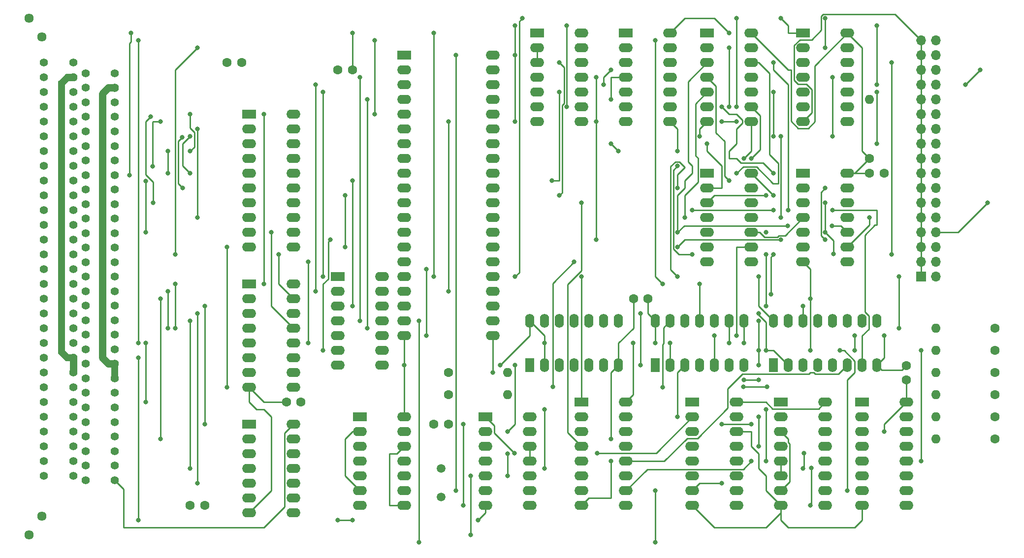
<source format=gbr>
%TF.GenerationSoftware,KiCad,Pcbnew,(5.1.10)-1*%
%TF.CreationDate,2022-01-23T14:02:00+01:00*%
%TF.ProjectId,fdc01,66646330-312e-46b6-9963-61645f706362,rev?*%
%TF.SameCoordinates,Original*%
%TF.FileFunction,Copper,L1,Top*%
%TF.FilePolarity,Positive*%
%FSLAX46Y46*%
G04 Gerber Fmt 4.6, Leading zero omitted, Abs format (unit mm)*
G04 Created by KiCad (PCBNEW (5.1.10)-1) date 2022-01-23 14:02:00*
%MOMM*%
%LPD*%
G01*
G04 APERTURE LIST*
%TA.AperFunction,SMDPad,CuDef*%
%ADD10C,0.100000*%
%TD*%
%TA.AperFunction,ComponentPad*%
%ADD11C,1.400000*%
%TD*%
%TA.AperFunction,ComponentPad*%
%ADD12C,1.610000*%
%TD*%
%TA.AperFunction,ComponentPad*%
%ADD13O,1.600000X1.600000*%
%TD*%
%TA.AperFunction,ComponentPad*%
%ADD14C,1.600000*%
%TD*%
%TA.AperFunction,ComponentPad*%
%ADD15O,2.400000X1.600000*%
%TD*%
%TA.AperFunction,ComponentPad*%
%ADD16R,2.400000X1.600000*%
%TD*%
%TA.AperFunction,ComponentPad*%
%ADD17C,1.500000*%
%TD*%
%TA.AperFunction,ComponentPad*%
%ADD18O,1.600000X2.400000*%
%TD*%
%TA.AperFunction,ComponentPad*%
%ADD19R,1.600000X2.400000*%
%TD*%
%TA.AperFunction,ComponentPad*%
%ADD20O,1.700000X1.700000*%
%TD*%
%TA.AperFunction,ComponentPad*%
%ADD21R,1.700000X1.700000*%
%TD*%
%TA.AperFunction,ViaPad*%
%ADD22C,0.800000*%
%TD*%
%TA.AperFunction,Conductor*%
%ADD23C,0.250000*%
%TD*%
G04 APERTURE END LIST*
%TA.AperFunction,SMDPad,CuDef*%
D10*
%TO.P,X1,C21*%
%TO.N,GND*%
G36*
X56292424Y-121782711D02*
G01*
X56279022Y-121850086D01*
X56259081Y-121915823D01*
X56232793Y-121979289D01*
X56225000Y-121993868D01*
X56225000Y-124180000D01*
X56224939Y-124188726D01*
X56221105Y-124249668D01*
X56211342Y-124309945D01*
X56195744Y-124368981D01*
X56174460Y-124426214D01*
X56147692Y-124481096D01*
X56115696Y-124533104D01*
X56078778Y-124581742D01*
X56037290Y-124626545D01*
X55991627Y-124667086D01*
X55942227Y-124702978D01*
X55889560Y-124733877D01*
X55834129Y-124759490D01*
X55776463Y-124779571D01*
X55717113Y-124793930D01*
X55656645Y-124802428D01*
X55595637Y-124804985D01*
X55534670Y-124801576D01*
X55474326Y-124792235D01*
X55415182Y-124777049D01*
X55357803Y-124756164D01*
X55302735Y-124729780D01*
X55250504Y-124698148D01*
X55201610Y-124661571D01*
X55156518Y-124620396D01*
X55115660Y-124575018D01*
X55079424Y-124525870D01*
X55048158Y-124473420D01*
X55022159Y-124418169D01*
X55001675Y-124360645D01*
X54986903Y-124301396D01*
X54977983Y-124240989D01*
X54975000Y-124180000D01*
X54975000Y-121993868D01*
X54967207Y-121979289D01*
X54940919Y-121915823D01*
X54920978Y-121850086D01*
X54907576Y-121782711D01*
X54900843Y-121714347D01*
X54900843Y-121645653D01*
X54907576Y-121577289D01*
X54920978Y-121509914D01*
X54940919Y-121444177D01*
X54967207Y-121380711D01*
X54999590Y-121320128D01*
X55037755Y-121263010D01*
X55081334Y-121209909D01*
X55129909Y-121161334D01*
X55183010Y-121117755D01*
X55240128Y-121079590D01*
X55300711Y-121047207D01*
X55364177Y-121020919D01*
X55429914Y-121000978D01*
X55497289Y-120987576D01*
X55565653Y-120980843D01*
X55634347Y-120980843D01*
X55702711Y-120987576D01*
X55770086Y-121000978D01*
X55835823Y-121020919D01*
X55899289Y-121047207D01*
X55959872Y-121079590D01*
X56016990Y-121117755D01*
X56070091Y-121161334D01*
X56118666Y-121209909D01*
X56162245Y-121263010D01*
X56200410Y-121320128D01*
X56232793Y-121380711D01*
X56259081Y-121444177D01*
X56279022Y-121509914D01*
X56292424Y-121577289D01*
X56299157Y-121645653D01*
X56299157Y-121714347D01*
X56292424Y-121782711D01*
G37*
%TD.AperFunction*%
%TA.AperFunction,SMDPad,CuDef*%
G36*
X49192424Y-120732711D02*
G01*
X49179022Y-120800086D01*
X49159081Y-120865823D01*
X49132793Y-120929289D01*
X49125000Y-120943868D01*
X49125000Y-123180000D01*
X49124939Y-123188726D01*
X49121105Y-123249668D01*
X49111342Y-123309945D01*
X49095744Y-123368981D01*
X49074460Y-123426214D01*
X49047692Y-123481096D01*
X49015696Y-123533104D01*
X48978778Y-123581742D01*
X48937290Y-123626545D01*
X48891627Y-123667086D01*
X48842227Y-123702978D01*
X48789560Y-123733877D01*
X48734129Y-123759490D01*
X48676463Y-123779571D01*
X48617113Y-123793930D01*
X48556645Y-123802428D01*
X48495637Y-123804985D01*
X48434670Y-123801576D01*
X48374326Y-123792235D01*
X48315182Y-123777049D01*
X48257803Y-123756164D01*
X48202735Y-123729780D01*
X48150504Y-123698148D01*
X48101610Y-123661571D01*
X48056518Y-123620396D01*
X48015660Y-123575018D01*
X47979424Y-123525870D01*
X47948158Y-123473420D01*
X47922159Y-123418169D01*
X47901675Y-123360645D01*
X47886903Y-123301396D01*
X47877983Y-123240989D01*
X47875000Y-123180000D01*
X47875000Y-120943868D01*
X47867207Y-120929289D01*
X47840919Y-120865823D01*
X47820978Y-120800086D01*
X47807576Y-120732711D01*
X47800843Y-120664347D01*
X47800843Y-120595653D01*
X47807576Y-120527289D01*
X47820978Y-120459914D01*
X47840919Y-120394177D01*
X47867207Y-120330711D01*
X47899590Y-120270128D01*
X47937755Y-120213010D01*
X47981334Y-120159909D01*
X48029909Y-120111334D01*
X48083010Y-120067755D01*
X48140128Y-120029590D01*
X48200711Y-119997207D01*
X48264177Y-119970919D01*
X48329914Y-119950978D01*
X48397289Y-119937576D01*
X48465653Y-119930843D01*
X48534347Y-119930843D01*
X48602711Y-119937576D01*
X48670086Y-119950978D01*
X48735823Y-119970919D01*
X48799289Y-119997207D01*
X48859872Y-120029590D01*
X48916990Y-120067755D01*
X48970091Y-120111334D01*
X49018666Y-120159909D01*
X49062245Y-120213010D01*
X49100410Y-120270128D01*
X49132793Y-120330711D01*
X49159081Y-120394177D01*
X49179022Y-120459914D01*
X49192424Y-120527289D01*
X49199157Y-120595653D01*
X49199157Y-120664347D01*
X49192424Y-120732711D01*
G37*
%TD.AperFunction*%
%TA.AperFunction,SMDPad,CuDef*%
%TO.P,X1,C02*%
G36*
X56292424Y-74282711D02*
G01*
X56279022Y-74350086D01*
X56259081Y-74415823D01*
X56232793Y-74479289D01*
X56200410Y-74539872D01*
X56162245Y-74596990D01*
X56118666Y-74650091D01*
X56070091Y-74698666D01*
X56016990Y-74742245D01*
X55959872Y-74780410D01*
X55899289Y-74812793D01*
X55835823Y-74839081D01*
X55770086Y-74859022D01*
X55702711Y-74872424D01*
X55634347Y-74879157D01*
X55565653Y-74879157D01*
X55497289Y-74872424D01*
X55429914Y-74859022D01*
X55364177Y-74839081D01*
X55300711Y-74812793D01*
X55286132Y-74805000D01*
X54808884Y-74805000D01*
X54175000Y-75438883D01*
X54175000Y-120421116D01*
X54808883Y-121055000D01*
X55600000Y-121055000D01*
X55608726Y-121055061D01*
X55669668Y-121058895D01*
X55729945Y-121068658D01*
X55788981Y-121084256D01*
X55846214Y-121105540D01*
X55901096Y-121132308D01*
X55953104Y-121164304D01*
X56001742Y-121201222D01*
X56046545Y-121242710D01*
X56087086Y-121288373D01*
X56122978Y-121337773D01*
X56153877Y-121390440D01*
X56179490Y-121445871D01*
X56199571Y-121503537D01*
X56213930Y-121562887D01*
X56222428Y-121623355D01*
X56224985Y-121684363D01*
X56221576Y-121745330D01*
X56212235Y-121805674D01*
X56197049Y-121864818D01*
X56176164Y-121922197D01*
X56149780Y-121977265D01*
X56118148Y-122029496D01*
X56081571Y-122078390D01*
X56040396Y-122123482D01*
X55995018Y-122164340D01*
X55945870Y-122200576D01*
X55893420Y-122231842D01*
X55838169Y-122257841D01*
X55780645Y-122278325D01*
X55721396Y-122293097D01*
X55660989Y-122302017D01*
X55600000Y-122305000D01*
X54550000Y-122305000D01*
X54548033Y-122304986D01*
X54547818Y-122304996D01*
X54547570Y-122304983D01*
X54541274Y-122304939D01*
X54514037Y-122303225D01*
X54486840Y-122301800D01*
X54483606Y-122301311D01*
X54480332Y-122301105D01*
X54453428Y-122296747D01*
X54426465Y-122292670D01*
X54423283Y-122291865D01*
X54420055Y-122291342D01*
X54393750Y-122284392D01*
X54367268Y-122277691D01*
X54364179Y-122276579D01*
X54361019Y-122275744D01*
X54335492Y-122266251D01*
X54309816Y-122257007D01*
X54306858Y-122255602D01*
X54303786Y-122254460D01*
X54279270Y-122242503D01*
X54254656Y-122230815D01*
X54251849Y-122229128D01*
X54248904Y-122227692D01*
X54225678Y-122213403D01*
X54202315Y-122199365D01*
X54199686Y-122197412D01*
X54196896Y-122195696D01*
X54175153Y-122179192D01*
X54153294Y-122162958D01*
X54150874Y-122160763D01*
X54148258Y-122158778D01*
X54128220Y-122140222D01*
X54108059Y-122121942D01*
X53108058Y-121121942D01*
X53106675Y-121120539D01*
X53106518Y-121120396D01*
X53106353Y-121120213D01*
X53101931Y-121115728D01*
X53083895Y-121095270D01*
X53065660Y-121075018D01*
X53063718Y-121072385D01*
X53061550Y-121069925D01*
X53045613Y-121047828D01*
X53029424Y-121025870D01*
X53027743Y-121023050D01*
X53025831Y-121020399D01*
X53012141Y-120996877D01*
X52998158Y-120973420D01*
X52996762Y-120970452D01*
X52995116Y-120967625D01*
X52983764Y-120942831D01*
X52972159Y-120918169D01*
X52971062Y-120915089D01*
X52969696Y-120912105D01*
X52960808Y-120886292D01*
X52951675Y-120860645D01*
X52950883Y-120857470D01*
X52949816Y-120854370D01*
X52943498Y-120827850D01*
X52936903Y-120801396D01*
X52936424Y-120798152D01*
X52935666Y-120794970D01*
X52931966Y-120767960D01*
X52927983Y-120740989D01*
X52927823Y-120737723D01*
X52927378Y-120734473D01*
X52926330Y-120707193D01*
X52925000Y-120680000D01*
X52925000Y-75180000D01*
X52925014Y-75178033D01*
X52925004Y-75177818D01*
X52925017Y-75177570D01*
X52925061Y-75171274D01*
X52926775Y-75144037D01*
X52928200Y-75116840D01*
X52928689Y-75113606D01*
X52928895Y-75110332D01*
X52933253Y-75083428D01*
X52937330Y-75056465D01*
X52938135Y-75053283D01*
X52938658Y-75050055D01*
X52945608Y-75023750D01*
X52952309Y-74997268D01*
X52953421Y-74994179D01*
X52954256Y-74991019D01*
X52963749Y-74965492D01*
X52972993Y-74939816D01*
X52974398Y-74936858D01*
X52975540Y-74933786D01*
X52987497Y-74909270D01*
X52999185Y-74884656D01*
X53000872Y-74881849D01*
X53002308Y-74878904D01*
X53016597Y-74855678D01*
X53030635Y-74832315D01*
X53032588Y-74829686D01*
X53034304Y-74826896D01*
X53050808Y-74805153D01*
X53067042Y-74783294D01*
X53069237Y-74780874D01*
X53071222Y-74778258D01*
X53089778Y-74758220D01*
X53108058Y-74738059D01*
X54108058Y-73738058D01*
X54109461Y-73736675D01*
X54109604Y-73736518D01*
X54109787Y-73736353D01*
X54114272Y-73731931D01*
X54134730Y-73713895D01*
X54154982Y-73695660D01*
X54157615Y-73693718D01*
X54160075Y-73691550D01*
X54182172Y-73675613D01*
X54204130Y-73659424D01*
X54206950Y-73657743D01*
X54209601Y-73655831D01*
X54233123Y-73642141D01*
X54256580Y-73628158D01*
X54259548Y-73626762D01*
X54262375Y-73625116D01*
X54287169Y-73613764D01*
X54311831Y-73602159D01*
X54314911Y-73601062D01*
X54317895Y-73599696D01*
X54343708Y-73590808D01*
X54369355Y-73581675D01*
X54372530Y-73580883D01*
X54375630Y-73579816D01*
X54402150Y-73573498D01*
X54428604Y-73566903D01*
X54431848Y-73566424D01*
X54435030Y-73565666D01*
X54462040Y-73561966D01*
X54489011Y-73557983D01*
X54492277Y-73557823D01*
X54495527Y-73557378D01*
X54522807Y-73556330D01*
X54550000Y-73555000D01*
X55286132Y-73555000D01*
X55300711Y-73547207D01*
X55364177Y-73520919D01*
X55429914Y-73500978D01*
X55497289Y-73487576D01*
X55565653Y-73480843D01*
X55634347Y-73480843D01*
X55702711Y-73487576D01*
X55770086Y-73500978D01*
X55835823Y-73520919D01*
X55899289Y-73547207D01*
X55959872Y-73579590D01*
X56016990Y-73617755D01*
X56070091Y-73661334D01*
X56118666Y-73709909D01*
X56162245Y-73763010D01*
X56200410Y-73820128D01*
X56232793Y-73880711D01*
X56259081Y-73944177D01*
X56279022Y-74009914D01*
X56292424Y-74077289D01*
X56299157Y-74145653D01*
X56299157Y-74214347D01*
X56292424Y-74282711D01*
G37*
%TD.AperFunction*%
%TA.AperFunction,SMDPad,CuDef*%
G36*
X49192424Y-72482711D02*
G01*
X49179022Y-72550086D01*
X49159081Y-72615823D01*
X49132793Y-72679289D01*
X49100410Y-72739872D01*
X49062245Y-72796990D01*
X49018666Y-72850091D01*
X48970091Y-72898666D01*
X48916990Y-72942245D01*
X48859872Y-72980410D01*
X48799289Y-73012793D01*
X48735823Y-73039081D01*
X48670086Y-73059022D01*
X48602711Y-73072424D01*
X48534347Y-73079157D01*
X48465653Y-73079157D01*
X48397289Y-73072424D01*
X48329914Y-73059022D01*
X48264177Y-73039081D01*
X48200711Y-73012793D01*
X48186132Y-73005000D01*
X47708884Y-73005000D01*
X47075000Y-73638883D01*
X47075000Y-119371116D01*
X47708883Y-120005000D01*
X48500000Y-120005000D01*
X48508726Y-120005061D01*
X48569668Y-120008895D01*
X48629945Y-120018658D01*
X48688981Y-120034256D01*
X48746214Y-120055540D01*
X48801096Y-120082308D01*
X48853104Y-120114304D01*
X48901742Y-120151222D01*
X48946545Y-120192710D01*
X48987086Y-120238373D01*
X49022978Y-120287773D01*
X49053877Y-120340440D01*
X49079490Y-120395871D01*
X49099571Y-120453537D01*
X49113930Y-120512887D01*
X49122428Y-120573355D01*
X49124985Y-120634363D01*
X49121576Y-120695330D01*
X49112235Y-120755674D01*
X49097049Y-120814818D01*
X49076164Y-120872197D01*
X49049780Y-120927265D01*
X49018148Y-120979496D01*
X48981571Y-121028390D01*
X48940396Y-121073482D01*
X48895018Y-121114340D01*
X48845870Y-121150576D01*
X48793420Y-121181842D01*
X48738169Y-121207841D01*
X48680645Y-121228325D01*
X48621396Y-121243097D01*
X48560989Y-121252017D01*
X48500000Y-121255000D01*
X47450000Y-121255000D01*
X47448033Y-121254986D01*
X47447818Y-121254996D01*
X47447570Y-121254983D01*
X47441274Y-121254939D01*
X47414037Y-121253225D01*
X47386840Y-121251800D01*
X47383606Y-121251311D01*
X47380332Y-121251105D01*
X47353428Y-121246747D01*
X47326465Y-121242670D01*
X47323283Y-121241865D01*
X47320055Y-121241342D01*
X47293750Y-121234392D01*
X47267268Y-121227691D01*
X47264179Y-121226579D01*
X47261019Y-121225744D01*
X47235492Y-121216251D01*
X47209816Y-121207007D01*
X47206858Y-121205602D01*
X47203786Y-121204460D01*
X47179270Y-121192503D01*
X47154656Y-121180815D01*
X47151849Y-121179128D01*
X47148904Y-121177692D01*
X47125678Y-121163403D01*
X47102315Y-121149365D01*
X47099686Y-121147412D01*
X47096896Y-121145696D01*
X47075153Y-121129192D01*
X47053294Y-121112958D01*
X47050874Y-121110763D01*
X47048258Y-121108778D01*
X47028220Y-121090222D01*
X47008059Y-121071942D01*
X46008058Y-120071942D01*
X46006675Y-120070539D01*
X46006518Y-120070396D01*
X46006353Y-120070213D01*
X46001931Y-120065728D01*
X45983895Y-120045270D01*
X45965660Y-120025018D01*
X45963718Y-120022385D01*
X45961550Y-120019925D01*
X45945613Y-119997828D01*
X45929424Y-119975870D01*
X45927743Y-119973050D01*
X45925831Y-119970399D01*
X45912141Y-119946877D01*
X45898158Y-119923420D01*
X45896762Y-119920452D01*
X45895116Y-119917625D01*
X45883764Y-119892831D01*
X45872159Y-119868169D01*
X45871062Y-119865089D01*
X45869696Y-119862105D01*
X45860808Y-119836292D01*
X45851675Y-119810645D01*
X45850883Y-119807470D01*
X45849816Y-119804370D01*
X45843498Y-119777850D01*
X45836903Y-119751396D01*
X45836424Y-119748152D01*
X45835666Y-119744970D01*
X45831966Y-119717960D01*
X45827983Y-119690989D01*
X45827823Y-119687723D01*
X45827378Y-119684473D01*
X45826330Y-119657193D01*
X45825000Y-119630000D01*
X45825000Y-73380000D01*
X45825014Y-73378033D01*
X45825004Y-73377818D01*
X45825017Y-73377570D01*
X45825061Y-73371274D01*
X45826775Y-73344037D01*
X45828200Y-73316840D01*
X45828689Y-73313606D01*
X45828895Y-73310332D01*
X45833253Y-73283428D01*
X45837330Y-73256465D01*
X45838135Y-73253283D01*
X45838658Y-73250055D01*
X45845608Y-73223750D01*
X45852309Y-73197268D01*
X45853421Y-73194179D01*
X45854256Y-73191019D01*
X45863749Y-73165492D01*
X45872993Y-73139816D01*
X45874398Y-73136858D01*
X45875540Y-73133786D01*
X45887497Y-73109270D01*
X45899185Y-73084656D01*
X45900872Y-73081849D01*
X45902308Y-73078904D01*
X45916597Y-73055678D01*
X45930635Y-73032315D01*
X45932588Y-73029686D01*
X45934304Y-73026896D01*
X45950808Y-73005153D01*
X45967042Y-72983294D01*
X45969237Y-72980874D01*
X45971222Y-72978258D01*
X45989778Y-72958220D01*
X46008058Y-72938059D01*
X47008058Y-71938058D01*
X47009461Y-71936675D01*
X47009604Y-71936518D01*
X47009787Y-71936353D01*
X47014272Y-71931931D01*
X47034730Y-71913895D01*
X47054982Y-71895660D01*
X47057615Y-71893718D01*
X47060075Y-71891550D01*
X47082172Y-71875613D01*
X47104130Y-71859424D01*
X47106950Y-71857743D01*
X47109601Y-71855831D01*
X47133123Y-71842141D01*
X47156580Y-71828158D01*
X47159548Y-71826762D01*
X47162375Y-71825116D01*
X47187169Y-71813764D01*
X47211831Y-71802159D01*
X47214911Y-71801062D01*
X47217895Y-71799696D01*
X47243708Y-71790808D01*
X47269355Y-71781675D01*
X47272530Y-71780883D01*
X47275630Y-71779816D01*
X47302150Y-71773498D01*
X47328604Y-71766903D01*
X47331848Y-71766424D01*
X47335030Y-71765666D01*
X47362040Y-71761966D01*
X47389011Y-71757983D01*
X47392277Y-71757823D01*
X47395527Y-71757378D01*
X47422807Y-71756330D01*
X47450000Y-71755000D01*
X48186132Y-71755000D01*
X48200711Y-71747207D01*
X48264177Y-71720919D01*
X48329914Y-71700978D01*
X48397289Y-71687576D01*
X48465653Y-71680843D01*
X48534347Y-71680843D01*
X48602711Y-71687576D01*
X48670086Y-71700978D01*
X48735823Y-71720919D01*
X48799289Y-71747207D01*
X48859872Y-71779590D01*
X48916990Y-71817755D01*
X48970091Y-71861334D01*
X49018666Y-71909909D01*
X49062245Y-71963010D01*
X49100410Y-72020128D01*
X49132793Y-72080711D01*
X49159081Y-72144177D01*
X49179022Y-72209914D01*
X49192424Y-72277289D01*
X49199157Y-72345653D01*
X49199157Y-72414347D01*
X49192424Y-72482711D01*
G37*
%TD.AperFunction*%
D11*
%TO.P,X1,A03*%
%TO.N,Net-(X1-PadA03)*%
X43408600Y-74930000D03*
%TO.P,X1,A29*%
%TO.N,+5P*%
X50600000Y-141680000D03*
%TO.P,X1,A28*%
%TO.N,Net-(X1-PadA28)*%
X50600000Y-139180000D03*
%TO.P,X1,A27*%
%TO.N,Net-(X1-PadA27)*%
X50600000Y-136680000D03*
%TO.P,X1,A26*%
%TO.N,Net-(X1-PadA26)*%
X50600000Y-134180000D03*
%TO.P,X1,A25*%
%TO.N,Net-(X1-PadA25)*%
X50600000Y-131680000D03*
%TO.P,X1,A24*%
%TO.N,Net-(X1-PadA24)*%
X50600000Y-129180000D03*
%TO.P,X1,A23*%
%TO.N,Net-(X1-PadA23)*%
X50600000Y-126680000D03*
%TO.P,X1,A22*%
%TO.N,Net-(X1-PadA22)*%
X50600000Y-124180000D03*
%TO.P,X1,A21*%
%TO.N,Net-(X1-PadA21)*%
X50600000Y-121680000D03*
%TO.P,X1,A20*%
%TO.N,Net-(U28-Pad5)*%
X50600000Y-119180000D03*
%TO.P,X1,A19*%
%TO.N,Net-(U12-Pad5)*%
X50600000Y-116680000D03*
%TO.P,X1,A18*%
%TO.N,Net-(U9-Pad2)*%
X50600000Y-114180000D03*
%TO.P,X1,A17*%
%TO.N,Net-(U6-Pad5)*%
X50600000Y-111680000D03*
%TO.P,X1,A16*%
%TO.N,Net-(U6-Pad2)*%
X50600000Y-109180000D03*
%TO.P,X1,A15*%
%TO.N,Net-(X1-PadA15)*%
X50600000Y-106680000D03*
%TO.P,X1,A14*%
%TO.N,Net-(X1-PadA14)*%
X50600000Y-104180000D03*
%TO.P,X1,A13*%
%TO.N,Net-(X1-PadA13)*%
X50600000Y-101680000D03*
%TO.P,X1,A12*%
%TO.N,Net-(X1-PadA12)*%
X50600000Y-99180000D03*
%TO.P,X1,A11*%
%TO.N,Net-(X1-PadA11)*%
X50600000Y-96680000D03*
%TO.P,X1,A10*%
%TO.N,Net-(X1-PadA10)*%
X50600000Y-94180000D03*
%TO.P,X1,A09*%
%TO.N,Net-(X1-PadA09)*%
X50600000Y-91680000D03*
%TO.P,X1,A08*%
%TO.N,Net-(U18-Pad12)*%
X50600000Y-89180000D03*
%TO.P,X1,A07*%
%TO.N,Net-(U3-Pad2)*%
X50600000Y-86680000D03*
%TO.P,X1,A06*%
%TO.N,Net-(U3-Pad4)*%
X50600000Y-84180000D03*
%TO.P,X1,A05*%
%TO.N,Net-(U3-Pad6)*%
X50600000Y-81680000D03*
%TO.P,X1,A04*%
%TO.N,Net-(U3-Pad8)*%
X50600000Y-79180000D03*
%TO.P,X1,A03*%
%TO.N,Net-(X1-PadA03)*%
X50600000Y-76680000D03*
%TO.P,X1,A02*%
%TO.N,GND*%
X50600000Y-74180000D03*
%TO.P,X1,A01*%
X50600000Y-71680000D03*
%TO.P,X1,C29*%
%TO.N,+5P*%
X55600000Y-141680000D03*
%TO.P,X1,C28*%
%TO.N,Net-(X1-PadC28)*%
X55600000Y-139180000D03*
%TO.P,X1,C27*%
%TO.N,Net-(X1-PadA27)*%
X55600000Y-136680000D03*
%TO.P,X1,C26*%
%TO.N,Net-(X1-PadC26)*%
X55600000Y-134180000D03*
%TO.P,X1,C25*%
%TO.N,Net-(X1-PadC25)*%
X55600000Y-131680000D03*
%TO.P,X1,C24*%
%TO.N,Net-(U18-Pad11)*%
X55600000Y-129180000D03*
%TO.P,X1,C23*%
%TO.N,Net-(X1-PadC23)*%
X55600000Y-126680000D03*
%TO.P,X1,C22*%
%TO.N,GND*%
X55600000Y-124180000D03*
%TO.P,X1,C21*%
X55600000Y-121680000D03*
%TO.P,X1,C20*%
%TO.N,Net-(X1-PadC20)*%
X55600000Y-119180000D03*
%TO.P,X1,C19*%
%TO.N,Net-(U9-Pad1)*%
X55600000Y-116680000D03*
%TO.P,X1,C18*%
%TO.N,Net-(U6-Pad4)*%
X55600000Y-114180000D03*
%TO.P,X1,C17*%
%TO.N,Net-(U6-Pad1)*%
X55600000Y-111680000D03*
%TO.P,X1,C16*%
%TO.N,Net-(U9-Pad3)*%
X55600000Y-109180000D03*
%TO.P,X1,C15*%
%TO.N,Net-(X1-PadC15)*%
X55600000Y-106680000D03*
%TO.P,X1,C14*%
%TO.N,Net-(X1-PadC14)*%
X55600000Y-104180000D03*
%TO.P,X1,C13*%
%TO.N,Net-(X1-PadC13)*%
X55600000Y-101680000D03*
%TO.P,X1,C12*%
%TO.N,Net-(X1-PadC12)*%
X55600000Y-99180000D03*
%TO.P,X1,C11*%
%TO.N,Net-(X1-PadC11)*%
X55600000Y-96680000D03*
%TO.P,X1,C10*%
%TO.N,Net-(X1-PadA10)*%
X55600000Y-94180000D03*
%TO.P,X1,C09*%
%TO.N,Net-(X1-PadC09)*%
X55600000Y-91680000D03*
%TO.P,X1,C08*%
%TO.N,Net-(U18-Pad9)*%
X55600000Y-89180000D03*
%TO.P,X1,C07*%
%TO.N,Net-(U3-Pad1)*%
X55600000Y-86680000D03*
%TO.P,X1,C06*%
%TO.N,Net-(U3-Pad3)*%
X55600000Y-84180000D03*
%TO.P,X1,C05*%
%TO.N,Net-(U3-Pad5)*%
X55600000Y-81680000D03*
%TO.P,X1,C04*%
%TO.N,Net-(U3-Pad7)*%
X55600000Y-79180000D03*
%TO.P,X1,C03*%
%TO.N,Net-(X1-PadC03)*%
X55600000Y-76680000D03*
%TO.P,X1,C02*%
%TO.N,GND*%
X55600000Y-74180000D03*
%TO.P,X1,C01*%
X55600000Y-71680000D03*
D12*
%TO.P,X1,*%
%TO.N,*%
X43100000Y-147930000D03*
X43100000Y-65430000D03*
D11*
%TO.P,X1,C29*%
%TO.N,+5P*%
X48488600Y-140970000D03*
%TO.P,X1,C28*%
%TO.N,Net-(X1-PadC28)*%
X48488600Y-138430000D03*
%TO.P,X1,C27*%
%TO.N,Net-(X1-PadA27)*%
X48488600Y-135890000D03*
%TO.P,X1,C26*%
%TO.N,Net-(X1-PadC26)*%
X48488600Y-133350000D03*
%TO.P,X1,C25*%
%TO.N,Net-(X1-PadC25)*%
X48488600Y-130810000D03*
%TO.P,X1,C24*%
%TO.N,Net-(U18-Pad11)*%
X48488600Y-128270000D03*
%TO.P,X1,C23*%
%TO.N,Net-(X1-PadC23)*%
X48488600Y-125730000D03*
%TO.P,X1,C22*%
%TO.N,GND*%
X48488600Y-123190000D03*
%TO.P,X1,C21*%
X48488600Y-120650000D03*
%TO.P,X1,C20*%
%TO.N,Net-(X1-PadC20)*%
X48488600Y-118110000D03*
%TO.P,X1,C19*%
%TO.N,Net-(U9-Pad1)*%
X48488600Y-115570000D03*
%TO.P,X1,C18*%
%TO.N,Net-(U6-Pad4)*%
X48488600Y-113030000D03*
%TO.P,X1,C17*%
%TO.N,Net-(U6-Pad1)*%
X48488600Y-110490000D03*
%TO.P,X1,C16*%
%TO.N,Net-(U9-Pad3)*%
X48488600Y-107950000D03*
%TO.P,X1,C15*%
%TO.N,Net-(X1-PadC15)*%
X48488600Y-105410000D03*
%TO.P,X1,C14*%
%TO.N,Net-(X1-PadC14)*%
X48488600Y-102870000D03*
%TO.P,X1,C13*%
%TO.N,Net-(X1-PadC13)*%
X48488600Y-100330000D03*
%TO.P,X1,C12*%
%TO.N,Net-(X1-PadC12)*%
X48488600Y-97790000D03*
%TO.P,X1,C11*%
%TO.N,Net-(X1-PadC11)*%
X48488600Y-95250000D03*
%TO.P,X1,C10*%
%TO.N,Net-(X1-PadA10)*%
X48488600Y-92710000D03*
%TO.P,X1,C09*%
%TO.N,Net-(X1-PadC09)*%
X48488600Y-90170000D03*
%TO.P,X1,C08*%
%TO.N,Net-(U18-Pad9)*%
X48488600Y-87630000D03*
%TO.P,X1,C07*%
%TO.N,Net-(U3-Pad1)*%
X48488600Y-85090000D03*
%TO.P,X1,C06*%
%TO.N,Net-(U3-Pad3)*%
X48488600Y-82550000D03*
%TO.P,X1,C05*%
%TO.N,Net-(U3-Pad5)*%
X48488600Y-80010000D03*
%TO.P,X1,C04*%
%TO.N,Net-(U3-Pad7)*%
X48488600Y-77470000D03*
%TO.P,X1,C03*%
%TO.N,Net-(X1-PadC03)*%
X48488600Y-74930000D03*
%TO.P,X1,C02*%
%TO.N,GND*%
X48488600Y-72390000D03*
%TO.P,X1,C01*%
X48488600Y-69850000D03*
%TO.P,X1,A29*%
%TO.N,+5P*%
X43408600Y-140970000D03*
%TO.P,X1,A28*%
%TO.N,Net-(X1-PadA28)*%
X43408600Y-138430000D03*
%TO.P,X1,A27*%
%TO.N,Net-(X1-PadA27)*%
X43408600Y-135890000D03*
%TO.P,X1,A26*%
%TO.N,Net-(X1-PadA26)*%
X43408600Y-133350000D03*
%TO.P,X1,A25*%
%TO.N,Net-(X1-PadA25)*%
X43408600Y-130810000D03*
%TO.P,X1,A24*%
%TO.N,Net-(X1-PadA24)*%
X43408600Y-128270000D03*
%TO.P,X1,A23*%
%TO.N,Net-(X1-PadA23)*%
X43408600Y-125730000D03*
%TO.P,X1,A22*%
%TO.N,Net-(X1-PadA22)*%
X43408600Y-123190000D03*
%TO.P,X1,A21*%
%TO.N,Net-(X1-PadA21)*%
X43408600Y-120650000D03*
%TO.P,X1,A20*%
%TO.N,Net-(U28-Pad5)*%
X43408600Y-118110000D03*
%TO.P,X1,A19*%
%TO.N,Net-(U12-Pad5)*%
X43408600Y-115570000D03*
%TO.P,X1,A18*%
%TO.N,Net-(U9-Pad2)*%
X43408600Y-113030000D03*
%TO.P,X1,A17*%
%TO.N,Net-(U6-Pad5)*%
X43408600Y-110490000D03*
%TO.P,X1,A16*%
%TO.N,Net-(U6-Pad2)*%
X43408600Y-107950000D03*
%TO.P,X1,A15*%
%TO.N,Net-(X1-PadA15)*%
X43408600Y-105410000D03*
%TO.P,X1,A14*%
%TO.N,Net-(X1-PadA14)*%
X43408600Y-102870000D03*
%TO.P,X1,A13*%
%TO.N,Net-(X1-PadA13)*%
X43408600Y-100330000D03*
%TO.P,X1,A12*%
%TO.N,Net-(X1-PadA12)*%
X43408600Y-97790000D03*
%TO.P,X1,A11*%
%TO.N,Net-(X1-PadA11)*%
X43408600Y-95250000D03*
%TO.P,X1,A10*%
%TO.N,Net-(X1-PadA10)*%
X43408600Y-92710000D03*
%TO.P,X1,A09*%
%TO.N,Net-(X1-PadA09)*%
X43408600Y-90170000D03*
%TO.P,X1,A08*%
%TO.N,Net-(U18-Pad12)*%
X43408600Y-87630000D03*
%TO.P,X1,A07*%
%TO.N,Net-(U3-Pad2)*%
X43408600Y-85090000D03*
%TO.P,X1,A06*%
%TO.N,Net-(U3-Pad4)*%
X43408600Y-82550000D03*
%TO.P,X1,A05*%
%TO.N,Net-(U3-Pad6)*%
X43408600Y-80010000D03*
%TO.P,X1,A04*%
%TO.N,Net-(U3-Pad8)*%
X43408600Y-77470000D03*
%TO.P,X1,A02*%
%TO.N,GND*%
X43408600Y-72390000D03*
%TO.P,X1,A01*%
X43408600Y-69850000D03*
D12*
%TO.P,X1,*%
%TO.N,*%
X40868600Y-151130000D03*
X40868600Y-62230000D03*
%TD*%
D13*
%TO.P,R9,2*%
%TO.N,Net-(R9-Pad2)*%
X123190000Y-123190000D03*
D14*
%TO.P,R9,1*%
%TO.N,+5P*%
X113030000Y-123190000D03*
%TD*%
D15*
%TO.P,U5,14*%
%TO.N,+5P*%
X101600000Y-106680000D03*
%TO.P,U5,7*%
%TO.N,GND*%
X93980000Y-121920000D03*
%TO.P,U5,13*%
%TO.N,N/C*%
X101600000Y-109220000D03*
%TO.P,U5,6*%
X93980000Y-119380000D03*
%TO.P,U5,12*%
X101600000Y-111760000D03*
%TO.P,U5,5*%
X93980000Y-116840000D03*
%TO.P,U5,11*%
X101600000Y-114300000D03*
%TO.P,U5,4*%
%TO.N,Net-(U12-Pad2)*%
X93980000Y-114300000D03*
%TO.P,U5,10*%
%TO.N,N/C*%
X101600000Y-116840000D03*
%TO.P,U5,3*%
%TO.N,Net-(U18-Pad10)*%
X93980000Y-111760000D03*
%TO.P,U5,9*%
%TO.N,N/C*%
X101600000Y-119380000D03*
%TO.P,U5,2*%
%TO.N,Net-(U12-Pad3)*%
X93980000Y-109220000D03*
%TO.P,U5,8*%
%TO.N,N/C*%
X101600000Y-121920000D03*
D16*
%TO.P,U5,1*%
%TO.N,Net-(U18-Pad13)*%
X93980000Y-106680000D03*
%TD*%
D15*
%TO.P,U3,20*%
%TO.N,+5P*%
X86360000Y-78740000D03*
%TO.P,U3,10*%
%TO.N,GND*%
X78740000Y-101600000D03*
%TO.P,U3,19*%
%TO.N,Net-(U12-Pad6)*%
X86360000Y-81280000D03*
%TO.P,U3,9*%
%TO.N,Net-(U12-Pad4)*%
X78740000Y-99060000D03*
%TO.P,U3,18*%
%TO.N,Net-(U12-Pad7)*%
X86360000Y-83820000D03*
%TO.P,U3,8*%
%TO.N,Net-(U3-Pad8)*%
X78740000Y-96520000D03*
%TO.P,U3,17*%
%TO.N,Net-(U12-Pad8)*%
X86360000Y-86360000D03*
%TO.P,U3,7*%
%TO.N,Net-(U3-Pad7)*%
X78740000Y-93980000D03*
%TO.P,U3,16*%
%TO.N,Net-(U12-Pad9)*%
X86360000Y-88900000D03*
%TO.P,U3,6*%
%TO.N,Net-(U3-Pad6)*%
X78740000Y-91440000D03*
%TO.P,U3,15*%
%TO.N,Net-(U12-Pad10)*%
X86360000Y-91440000D03*
%TO.P,U3,5*%
%TO.N,Net-(U3-Pad5)*%
X78740000Y-88900000D03*
%TO.P,U3,14*%
%TO.N,Net-(U12-Pad11)*%
X86360000Y-93980000D03*
%TO.P,U3,4*%
%TO.N,Net-(U3-Pad4)*%
X78740000Y-86360000D03*
%TO.P,U3,13*%
%TO.N,Net-(U12-Pad12)*%
X86360000Y-96520000D03*
%TO.P,U3,3*%
%TO.N,Net-(U3-Pad3)*%
X78740000Y-83820000D03*
%TO.P,U3,12*%
%TO.N,Net-(U12-Pad13)*%
X86360000Y-99060000D03*
%TO.P,U3,2*%
%TO.N,Net-(U3-Pad2)*%
X78740000Y-81280000D03*
%TO.P,U3,11*%
%TO.N,Net-(U18-Pad12)*%
X86360000Y-101600000D03*
D16*
%TO.P,U3,1*%
%TO.N,Net-(U3-Pad1)*%
X78740000Y-78740000D03*
%TD*%
D15*
%TO.P,U12,40*%
%TO.N,GND*%
X120650000Y-68580000D03*
%TO.P,U12,20*%
%TO.N,+5P*%
X105410000Y-116840000D03*
%TO.P,U12,39*%
%TO.N,Net-(U12-Pad39)*%
X120650000Y-71120000D03*
%TO.P,U12,19*%
%TO.N,Net-(U12-Pad19)*%
X105410000Y-114300000D03*
%TO.P,U12,38*%
%TO.N,Net-(U12-Pad38)*%
X120650000Y-73660000D03*
%TO.P,U12,18*%
%TO.N,Net-(U12-Pad18)*%
X105410000Y-111760000D03*
%TO.P,U12,37*%
%TO.N,Net-(U12-Pad37)*%
X120650000Y-76200000D03*
%TO.P,U12,17*%
%TO.N,Net-(U12-Pad17)*%
X105410000Y-109220000D03*
%TO.P,U12,36*%
%TO.N,Net-(U12-Pad36)*%
X120650000Y-78740000D03*
%TO.P,U12,16*%
%TO.N,Net-(U12-Pad16)*%
X105410000Y-106680000D03*
%TO.P,U12,35*%
%TO.N,Net-(U12-Pad35)*%
X120650000Y-81280000D03*
%TO.P,U12,15*%
%TO.N,Net-(U12-Pad15)*%
X105410000Y-104140000D03*
%TO.P,U12,34*%
%TO.N,Net-(R5-Pad2)*%
X120650000Y-83820000D03*
%TO.P,U12,14*%
%TO.N,Net-(U12-Pad14)*%
X105410000Y-101600000D03*
%TO.P,U12,33*%
%TO.N,Net-(R6-Pad2)*%
X120650000Y-86360000D03*
%TO.P,U12,13*%
%TO.N,Net-(U12-Pad13)*%
X105410000Y-99060000D03*
%TO.P,U12,32*%
%TO.N,Net-(U1-Pad14)*%
X120650000Y-88900000D03*
%TO.P,U12,12*%
%TO.N,Net-(U12-Pad12)*%
X105410000Y-96520000D03*
%TO.P,U12,31*%
%TO.N,Net-(U1-Pad2)*%
X120650000Y-91440000D03*
%TO.P,U12,11*%
%TO.N,Net-(U12-Pad11)*%
X105410000Y-93980000D03*
%TO.P,U12,30*%
%TO.N,Net-(U12-Pad30)*%
X120650000Y-93980000D03*
%TO.P,U12,10*%
%TO.N,Net-(U12-Pad10)*%
X105410000Y-91440000D03*
%TO.P,U12,29*%
%TO.N,Net-(U12-Pad29)*%
X120650000Y-96520000D03*
%TO.P,U12,9*%
%TO.N,Net-(U12-Pad9)*%
X105410000Y-88900000D03*
%TO.P,U12,28*%
%TO.N,Net-(U12-Pad28)*%
X120650000Y-99060000D03*
%TO.P,U12,8*%
%TO.N,Net-(U12-Pad8)*%
X105410000Y-86360000D03*
%TO.P,U12,27*%
%TO.N,Net-(U12-Pad27)*%
X120650000Y-101600000D03*
%TO.P,U12,7*%
%TO.N,Net-(U12-Pad7)*%
X105410000Y-83820000D03*
%TO.P,U12,26*%
%TO.N,Net-(U12-Pad26)*%
X120650000Y-104140000D03*
%TO.P,U12,6*%
%TO.N,Net-(U12-Pad6)*%
X105410000Y-81280000D03*
%TO.P,U12,25*%
%TO.N,Net-(U12-Pad25)*%
X120650000Y-106680000D03*
%TO.P,U12,5*%
%TO.N,Net-(U12-Pad5)*%
X105410000Y-78740000D03*
%TO.P,U12,24*%
%TO.N,Net-(U12-Pad24)*%
X120650000Y-109220000D03*
%TO.P,U12,4*%
%TO.N,Net-(U12-Pad4)*%
X105410000Y-76200000D03*
%TO.P,U12,23*%
%TO.N,Net-(U12-Pad23)*%
X120650000Y-111760000D03*
%TO.P,U12,3*%
%TO.N,Net-(U12-Pad3)*%
X105410000Y-73660000D03*
%TO.P,U12,22*%
%TO.N,Net-(U12-Pad22)*%
X120650000Y-114300000D03*
%TO.P,U12,2*%
%TO.N,Net-(U12-Pad2)*%
X105410000Y-71120000D03*
%TO.P,U12,21*%
%TO.N,Net-(R9-Pad2)*%
X120650000Y-116840000D03*
D16*
%TO.P,U12,1*%
%TO.N,Net-(U12-Pad1)*%
X105410000Y-68580000D03*
%TD*%
D14*
%TO.P,C8,2*%
%TO.N,GND*%
X112990000Y-132080000D03*
%TO.P,C8,1*%
%TO.N,+5P*%
X110490000Y-132080000D03*
%TD*%
%TO.P,C7,2*%
%TO.N,GND*%
X85130000Y-128270000D03*
%TO.P,C7,1*%
%TO.N,+5P*%
X87630000Y-128270000D03*
%TD*%
%TO.P,C6,2*%
%TO.N,GND*%
X96480000Y-71120000D03*
%TO.P,C6,1*%
%TO.N,+5P*%
X93980000Y-71120000D03*
%TD*%
%TO.P,C5,2*%
%TO.N,GND*%
X71080000Y-146050000D03*
%TO.P,C5,1*%
%TO.N,+5P*%
X68580000Y-146050000D03*
%TD*%
%TO.P,C4,2*%
%TO.N,GND*%
X191770000Y-121960000D03*
%TO.P,C4,1*%
%TO.N,+5P*%
X191770000Y-124460000D03*
%TD*%
%TO.P,C3,2*%
%TO.N,GND*%
X77430000Y-69850000D03*
%TO.P,C3,1*%
%TO.N,+5P*%
X74930000Y-69850000D03*
%TD*%
%TO.P,C2,2*%
%TO.N,GND*%
X187920000Y-88900000D03*
%TO.P,C2,1*%
%TO.N,+5P*%
X185420000Y-88900000D03*
%TD*%
%TO.P,C1,2*%
%TO.N,GND*%
X144820000Y-110490000D03*
%TO.P,C1,1*%
%TO.N,+5P*%
X147320000Y-110490000D03*
%TD*%
D15*
%TO.P,U25,14*%
%TO.N,+5P*%
X181610000Y-88900000D03*
%TO.P,U25,7*%
%TO.N,GND*%
X173990000Y-104140000D03*
%TO.P,U25,13*%
%TO.N,Net-(U12-Pad29)*%
X181610000Y-91440000D03*
%TO.P,U25,6*%
%TO.N,Net-(J1-Pad10)*%
X173990000Y-101600000D03*
%TO.P,U25,12*%
%TO.N,Net-(U12-Pad28)*%
X181610000Y-93980000D03*
%TO.P,U25,5*%
%TO.N,Net-(U25-Pad2)*%
X173990000Y-99060000D03*
%TO.P,U25,11*%
%TO.N,Net-(J1-Pad6)*%
X181610000Y-96520000D03*
%TO.P,U25,4*%
%TO.N,Net-(U12-Pad29)*%
X173990000Y-96520000D03*
%TO.P,U25,10*%
%TO.N,Net-(U12-Pad28)*%
X181610000Y-99060000D03*
%TO.P,U25,3*%
%TO.N,Net-(J1-Pad12)*%
X173990000Y-93980000D03*
%TO.P,U25,9*%
%TO.N,Net-(U25-Pad1)*%
X181610000Y-101600000D03*
%TO.P,U25,2*%
%TO.N,Net-(U25-Pad2)*%
X173990000Y-91440000D03*
%TO.P,U25,8*%
%TO.N,Net-(J1-Pad14)*%
X181610000Y-104140000D03*
D16*
%TO.P,U25,1*%
%TO.N,Net-(U25-Pad1)*%
X173990000Y-88900000D03*
%TD*%
D17*
%TO.P,Y1,2*%
%TO.N,Net-(U14-Pad11)*%
X111760000Y-144580000D03*
%TO.P,Y1,1*%
%TO.N,Net-(R8-Pad1)*%
X111760000Y-139700000D03*
%TD*%
D15*
%TO.P,U14,14*%
%TO.N,+5P*%
X105410000Y-130810000D03*
%TO.P,U14,7*%
%TO.N,GND*%
X97790000Y-146050000D03*
%TO.P,U14,13*%
%TO.N,Net-(U14-Pad13)*%
X105410000Y-133350000D03*
%TO.P,U14,6*%
%TO.N,Net-(U14-Pad2)*%
X97790000Y-143510000D03*
%TO.P,U14,12*%
%TO.N,Net-(U14-Pad12)*%
X105410000Y-135890000D03*
%TO.P,U14,5*%
%TO.N,Net-(U14-Pad5)*%
X97790000Y-140970000D03*
%TO.P,U14,11*%
%TO.N,Net-(U14-Pad11)*%
X105410000Y-138430000D03*
%TO.P,U14,4*%
%TO.N,Net-(U14-Pad4)*%
X97790000Y-138430000D03*
%TO.P,U14,10*%
%TO.N,Net-(U14-Pad10)*%
X105410000Y-140970000D03*
%TO.P,U14,3*%
%TO.N,Net-(U14-Pad3)*%
X97790000Y-135890000D03*
%TO.P,U14,9*%
X105410000Y-143510000D03*
%TO.P,U14,2*%
%TO.N,Net-(U14-Pad2)*%
X97790000Y-133350000D03*
%TO.P,U14,8*%
%TO.N,Net-(U14-Pad12)*%
X105410000Y-146050000D03*
D16*
%TO.P,U14,1*%
%TO.N,Net-(U14-Pad1)*%
X97790000Y-130810000D03*
%TD*%
D13*
%TO.P,R8,2*%
%TO.N,Net-(R8-Pad2)*%
X123190000Y-127000000D03*
D14*
%TO.P,R8,1*%
%TO.N,Net-(R8-Pad1)*%
X113030000Y-127000000D03*
%TD*%
D15*
%TO.P,U28,14*%
%TO.N,+5P*%
X127000000Y-130810000D03*
%TO.P,U28,7*%
%TO.N,GND*%
X119380000Y-146050000D03*
%TO.P,U28,13*%
%TO.N,Net-(R8-Pad1)*%
X127000000Y-133350000D03*
%TO.P,U28,6*%
%TO.N,Net-(U12-Pad1)*%
X119380000Y-143510000D03*
%TO.P,U28,12*%
%TO.N,Net-(R8-Pad2)*%
X127000000Y-135890000D03*
%TO.P,U28,5*%
%TO.N,Net-(U28-Pad5)*%
X119380000Y-140970000D03*
%TO.P,U28,11*%
%TO.N,Net-(R8-Pad2)*%
X127000000Y-138430000D03*
%TO.P,U28,4*%
%TO.N,Net-(U22-Pad3)*%
X119380000Y-138430000D03*
%TO.P,U28,10*%
%TO.N,Net-(U14-Pad11)*%
X127000000Y-140970000D03*
%TO.P,U28,3*%
%TO.N,Net-(U17-Pad12)*%
X119380000Y-135890000D03*
%TO.P,U28,9*%
%TO.N,N/C*%
X127000000Y-143510000D03*
%TO.P,U28,2*%
%TO.N,Net-(U15-Pad1)*%
X119380000Y-133350000D03*
%TO.P,U28,8*%
%TO.N,N/C*%
X127000000Y-146050000D03*
D16*
%TO.P,U28,1*%
%TO.N,Net-(U16-Pad2)*%
X119380000Y-130810000D03*
%TD*%
D15*
%TO.P,U27,14*%
%TO.N,+5P*%
X165100000Y-64770000D03*
%TO.P,U27,7*%
%TO.N,GND*%
X157480000Y-80010000D03*
%TO.P,U27,13*%
%TO.N,Net-(U12-Pad39)*%
X165100000Y-67310000D03*
%TO.P,U27,6*%
%TO.N,Net-(U25-Pad1)*%
X157480000Y-77470000D03*
%TO.P,U27,12*%
%TO.N,Net-(U23-Pad1)*%
X165100000Y-69850000D03*
%TO.P,U27,5*%
%TO.N,Net-(U12-Pad29)*%
X157480000Y-74930000D03*
%TO.P,U27,11*%
%TO.N,Net-(J1-Pad34)*%
X165100000Y-72390000D03*
%TO.P,U27,4*%
%TO.N,Net-(U25-Pad2)*%
X157480000Y-72390000D03*
%TO.P,U27,10*%
%TO.N,Net-(U12-Pad35)*%
X165100000Y-74930000D03*
%TO.P,U27,3*%
%TO.N,Net-(U12-Pad28)*%
X157480000Y-69850000D03*
%TO.P,U27,9*%
%TO.N,Net-(J1-Pad8)*%
X165100000Y-77470000D03*
%TO.P,U27,2*%
%TO.N,Net-(U22-Pad11)*%
X157480000Y-67310000D03*
%TO.P,U27,8*%
%TO.N,Net-(U12-Pad17)*%
X165100000Y-80010000D03*
D16*
%TO.P,U27,1*%
%TO.N,Net-(J1-Pad30)*%
X157480000Y-64770000D03*
%TD*%
D15*
%TO.P,U26,14*%
%TO.N,+5P*%
X181610000Y-64770000D03*
%TO.P,U26,7*%
%TO.N,GND*%
X173990000Y-80010000D03*
%TO.P,U26,13*%
%TO.N,Net-(U12-Pad36)*%
X181610000Y-67310000D03*
%TO.P,U26,6*%
%TO.N,N/C*%
X173990000Y-77470000D03*
%TO.P,U26,12*%
%TO.N,Net-(J1-Pad2)*%
X181610000Y-69850000D03*
%TO.P,U26,5*%
%TO.N,N/C*%
X173990000Y-74930000D03*
%TO.P,U26,11*%
%TO.N,Net-(U12-Pad27)*%
X181610000Y-72390000D03*
%TO.P,U26,4*%
%TO.N,Net-(U26-Pad4)*%
X173990000Y-72390000D03*
%TO.P,U26,10*%
%TO.N,Net-(J1-Pad32)*%
X181610000Y-74930000D03*
%TO.P,U26,3*%
%TO.N,Net-(U1-Pad7)*%
X173990000Y-69850000D03*
%TO.P,U26,9*%
%TO.N,N/C*%
X181610000Y-77470000D03*
%TO.P,U26,2*%
%TO.N,Net-(J1-Pad24)*%
X173990000Y-67310000D03*
%TO.P,U26,8*%
%TO.N,N/C*%
X181610000Y-80010000D03*
D16*
%TO.P,U26,1*%
%TO.N,Net-(U12-Pad25)*%
X173990000Y-64770000D03*
%TD*%
D15*
%TO.P,U24,14*%
%TO.N,+5P*%
X151130000Y-64770000D03*
%TO.P,U24,7*%
%TO.N,GND*%
X143510000Y-80010000D03*
%TO.P,U24,13*%
%TO.N,N/C*%
X151130000Y-67310000D03*
%TO.P,U24,6*%
%TO.N,Net-(J1-Pad20)*%
X143510000Y-77470000D03*
%TO.P,U24,12*%
%TO.N,N/C*%
X151130000Y-69850000D03*
%TO.P,U24,5*%
%TO.N,Net-(U12-Pad39)*%
X143510000Y-74930000D03*
%TO.P,U24,11*%
%TO.N,N/C*%
X151130000Y-72390000D03*
%TO.P,U24,4*%
%TO.N,Net-(U12-Pad37)*%
X143510000Y-72390000D03*
%TO.P,U24,10*%
%TO.N,Net-(U12-Pad38)*%
X151130000Y-74930000D03*
%TO.P,U24,3*%
%TO.N,N/C*%
X143510000Y-69850000D03*
%TO.P,U24,9*%
%TO.N,Net-(U12-Pad39)*%
X151130000Y-77470000D03*
%TO.P,U24,2*%
%TO.N,N/C*%
X143510000Y-67310000D03*
%TO.P,U24,8*%
%TO.N,Net-(J1-Pad18)*%
X151130000Y-80010000D03*
D16*
%TO.P,U24,1*%
%TO.N,N/C*%
X143510000Y-64770000D03*
%TD*%
D15*
%TO.P,U23,14*%
%TO.N,+5P*%
X165100000Y-88900000D03*
%TO.P,U23,7*%
%TO.N,GND*%
X157480000Y-104140000D03*
%TO.P,U23,13*%
%TO.N,N/C*%
X165100000Y-91440000D03*
%TO.P,U23,6*%
X157480000Y-101600000D03*
%TO.P,U23,12*%
X165100000Y-93980000D03*
%TO.P,U23,5*%
X157480000Y-99060000D03*
%TO.P,U23,11*%
X165100000Y-96520000D03*
%TO.P,U23,4*%
X157480000Y-96520000D03*
%TO.P,U23,10*%
%TO.N,Net-(U12-Pad29)*%
X165100000Y-99060000D03*
%TO.P,U23,3*%
%TO.N,Net-(R5-Pad2)*%
X157480000Y-93980000D03*
%TO.P,U23,9*%
%TO.N,Net-(J1-Pad26)*%
X165100000Y-101600000D03*
%TO.P,U23,2*%
%TO.N,Net-(J1-Pad28)*%
X157480000Y-91440000D03*
%TO.P,U23,8*%
%TO.N,Net-(R6-Pad2)*%
X165100000Y-104140000D03*
D16*
%TO.P,U23,1*%
%TO.N,Net-(U23-Pad1)*%
X157480000Y-88900000D03*
%TD*%
D18*
%TO.P,U22,14*%
%TO.N,+5P*%
X148590000Y-114300000D03*
%TO.P,U22,7*%
%TO.N,GND*%
X163830000Y-121920000D03*
%TO.P,U22,13*%
%TO.N,Net-(U22-Pad13)*%
X151130000Y-114300000D03*
%TO.P,U22,6*%
X161290000Y-121920000D03*
%TO.P,U22,12*%
%TO.N,+5P*%
X153670000Y-114300000D03*
%TO.P,U22,5*%
%TO.N,Net-(U12-Pad23)*%
X158750000Y-121920000D03*
%TO.P,U22,11*%
%TO.N,Net-(U22-Pad11)*%
X156210000Y-114300000D03*
%TO.P,U22,4*%
%TO.N,Net-(U22-Pad4)*%
X156210000Y-121920000D03*
%TO.P,U22,10*%
%TO.N,Net-(U22-Pad10)*%
X158750000Y-114300000D03*
%TO.P,U22,3*%
%TO.N,Net-(U22-Pad3)*%
X153670000Y-121920000D03*
%TO.P,U22,9*%
%TO.N,Net-(U22-Pad2)*%
X161290000Y-114300000D03*
%TO.P,U22,2*%
X151130000Y-121920000D03*
%TO.P,U22,8*%
%TO.N,Net-(U21-Pad11)*%
X163830000Y-114300000D03*
D19*
%TO.P,U22,1*%
%TO.N,Net-(U12-Pad24)*%
X148590000Y-121920000D03*
%TD*%
D15*
%TO.P,U21,16*%
%TO.N,+5P*%
X191770000Y-128270000D03*
%TO.P,U21,8*%
%TO.N,GND*%
X184150000Y-146050000D03*
%TO.P,U21,15*%
%TO.N,Net-(U21-Pad1)*%
X191770000Y-130810000D03*
%TO.P,U21,7*%
%TO.N,Net-(U12-Pad22)*%
X184150000Y-143510000D03*
%TO.P,U21,14*%
%TO.N,Net-(U21-Pad1)*%
X191770000Y-133350000D03*
%TO.P,U21,6*%
%TO.N,Net-(U21-Pad6)*%
X184150000Y-140970000D03*
%TO.P,U21,13*%
%TO.N,Net-(U21-Pad13)*%
X191770000Y-135890000D03*
%TO.P,U21,5*%
%TO.N,Net-(U17-Pad12)*%
X184150000Y-138430000D03*
%TO.P,U21,12*%
%TO.N,Net-(U21-Pad12)*%
X191770000Y-138430000D03*
%TO.P,U21,4*%
%TO.N,Net-(U21-Pad4)*%
X184150000Y-135890000D03*
%TO.P,U21,11*%
%TO.N,Net-(U21-Pad11)*%
X191770000Y-140970000D03*
%TO.P,U21,3*%
%TO.N,Net-(U21-Pad3)*%
X184150000Y-133350000D03*
%TO.P,U21,10*%
%TO.N,Net-(U21-Pad10)*%
X191770000Y-143510000D03*
%TO.P,U21,2*%
%TO.N,Net-(U21-Pad2)*%
X184150000Y-130810000D03*
%TO.P,U21,9*%
%TO.N,Net-(U12-Pad22)*%
X191770000Y-146050000D03*
D16*
%TO.P,U21,1*%
%TO.N,Net-(U21-Pad1)*%
X184150000Y-128270000D03*
%TD*%
D15*
%TO.P,U19,16*%
%TO.N,+5P*%
X143510000Y-128270000D03*
%TO.P,U19,8*%
%TO.N,GND*%
X135890000Y-146050000D03*
%TO.P,U19,15*%
%TO.N,Net-(U19-Pad15)*%
X143510000Y-130810000D03*
%TO.P,U19,7*%
%TO.N,Net-(U1-Pad6)*%
X135890000Y-143510000D03*
%TO.P,U19,14*%
%TO.N,Net-(U19-Pad14)*%
X143510000Y-133350000D03*
%TO.P,U19,6*%
%TO.N,Net-(U19-Pad6)*%
X135890000Y-140970000D03*
%TO.P,U19,13*%
%TO.N,Net-(U19-Pad13)*%
X143510000Y-135890000D03*
%TO.P,U19,5*%
%TO.N,Net-(U1-Pad5)*%
X135890000Y-138430000D03*
%TO.P,U19,12*%
%TO.N,Net-(U1-Pad6)*%
X143510000Y-138430000D03*
%TO.P,U19,4*%
%TO.N,Net-(U12-Pad30)*%
X135890000Y-135890000D03*
%TO.P,U19,11*%
%TO.N,Net-(U19-Pad11)*%
X143510000Y-140970000D03*
%TO.P,U19,3*%
%TO.N,Net-(U19-Pad3)*%
X135890000Y-133350000D03*
%TO.P,U19,10*%
%TO.N,Net-(U1-Pad4)*%
X143510000Y-143510000D03*
%TO.P,U19,2*%
%TO.N,Net-(U1-Pad5)*%
X135890000Y-130810000D03*
%TO.P,U19,9*%
%TO.N,Net-(U14-Pad5)*%
X143510000Y-146050000D03*
D16*
%TO.P,U19,1*%
%TO.N,Net-(U12-Pad25)*%
X135890000Y-128270000D03*
%TD*%
D15*
%TO.P,U18,14*%
%TO.N,+5P*%
X135890000Y-64770000D03*
%TO.P,U18,7*%
%TO.N,GND*%
X128270000Y-80010000D03*
%TO.P,U18,13*%
%TO.N,Net-(U18-Pad13)*%
X135890000Y-67310000D03*
%TO.P,U18,6*%
%TO.N,N/C*%
X128270000Y-77470000D03*
%TO.P,U18,12*%
%TO.N,Net-(U18-Pad12)*%
X135890000Y-69850000D03*
%TO.P,U18,5*%
%TO.N,N/C*%
X128270000Y-74930000D03*
%TO.P,U18,11*%
%TO.N,Net-(U18-Pad11)*%
X135890000Y-72390000D03*
%TO.P,U18,4*%
%TO.N,N/C*%
X128270000Y-72390000D03*
%TO.P,U18,10*%
%TO.N,Net-(U18-Pad10)*%
X135890000Y-74930000D03*
%TO.P,U18,3*%
%TO.N,Net-(U18-Pad2)*%
X128270000Y-69850000D03*
%TO.P,U18,9*%
%TO.N,Net-(U18-Pad9)*%
X135890000Y-77470000D03*
%TO.P,U18,2*%
%TO.N,Net-(U18-Pad2)*%
X128270000Y-67310000D03*
%TO.P,U18,8*%
%TO.N,Net-(U18-Pad11)*%
X135890000Y-80010000D03*
D16*
%TO.P,U18,1*%
%TO.N,Net-(U12-Pad16)*%
X128270000Y-64770000D03*
%TD*%
D15*
%TO.P,U17,16*%
%TO.N,+5P*%
X177800000Y-128270000D03*
%TO.P,U17,8*%
%TO.N,GND*%
X170180000Y-146050000D03*
%TO.P,U17,15*%
%TO.N,Net-(U17-Pad15)*%
X177800000Y-130810000D03*
%TO.P,U17,7*%
%TO.N,Net-(U17-Pad2)*%
X170180000Y-143510000D03*
%TO.P,U17,14*%
%TO.N,Net-(U16-Pad3)*%
X177800000Y-133350000D03*
%TO.P,U17,6*%
%TO.N,Net-(U17-Pad5)*%
X170180000Y-140970000D03*
%TO.P,U17,13*%
%TO.N,Net-(U12-Pad19)*%
X177800000Y-135890000D03*
%TO.P,U17,5*%
%TO.N,Net-(U17-Pad5)*%
X170180000Y-138430000D03*
%TO.P,U17,12*%
%TO.N,Net-(U17-Pad12)*%
X177800000Y-138430000D03*
%TO.P,U17,4*%
%TO.N,Net-(U15-Pad3)*%
X170180000Y-135890000D03*
%TO.P,U17,11*%
%TO.N,Net-(U16-Pad7)*%
X177800000Y-140970000D03*
%TO.P,U17,3*%
%TO.N,Net-(U17-Pad2)*%
X170180000Y-133350000D03*
%TO.P,U17,10*%
%TO.N,Net-(U16-Pad6)*%
X177800000Y-143510000D03*
%TO.P,U17,2*%
%TO.N,Net-(U17-Pad2)*%
X170180000Y-130810000D03*
%TO.P,U17,9*%
%TO.N,Net-(U17-Pad5)*%
X177800000Y-146050000D03*
D16*
%TO.P,U17,1*%
%TO.N,Net-(U12-Pad26)*%
X170180000Y-128270000D03*
%TD*%
D15*
%TO.P,U16,16*%
%TO.N,+5P*%
X162560000Y-128270000D03*
%TO.P,U16,8*%
%TO.N,GND*%
X154940000Y-146050000D03*
%TO.P,U16,15*%
%TO.N,Net-(U16-Pad15)*%
X162560000Y-130810000D03*
%TO.P,U16,7*%
%TO.N,Net-(U16-Pad7)*%
X154940000Y-143510000D03*
%TO.P,U16,14*%
%TO.N,GND*%
X162560000Y-133350000D03*
%TO.P,U16,6*%
%TO.N,Net-(U16-Pad6)*%
X154940000Y-140970000D03*
%TO.P,U16,13*%
%TO.N,Net-(U16-Pad13)*%
X162560000Y-135890000D03*
%TO.P,U16,5*%
%TO.N,Net-(U12-Pad19)*%
X154940000Y-138430000D03*
%TO.P,U16,12*%
%TO.N,Net-(U16-Pad12)*%
X162560000Y-138430000D03*
%TO.P,U16,4*%
%TO.N,Net-(U16-Pad4)*%
X154940000Y-135890000D03*
%TO.P,U16,11*%
%TO.N,Net-(U16-Pad11)*%
X162560000Y-140970000D03*
%TO.P,U16,3*%
%TO.N,Net-(U16-Pad3)*%
X154940000Y-133350000D03*
%TO.P,U16,10*%
%TO.N,Net-(U16-Pad10)*%
X162560000Y-143510000D03*
%TO.P,U16,2*%
%TO.N,Net-(U16-Pad2)*%
X154940000Y-130810000D03*
%TO.P,U16,9*%
%TO.N,Net-(U16-Pad9)*%
X162560000Y-146050000D03*
D16*
%TO.P,U16,1*%
%TO.N,Net-(U16-Pad1)*%
X154940000Y-128270000D03*
%TD*%
D18*
%TO.P,U15,14*%
%TO.N,+5P*%
X127000000Y-114300000D03*
%TO.P,U15,7*%
%TO.N,GND*%
X142240000Y-121920000D03*
%TO.P,U15,13*%
%TO.N,N/C*%
X129540000Y-114300000D03*
%TO.P,U15,6*%
%TO.N,Net-(U15-Pad6)*%
X139700000Y-121920000D03*
%TO.P,U15,12*%
%TO.N,N/C*%
X132080000Y-114300000D03*
%TO.P,U15,5*%
%TO.N,Net-(R9-Pad2)*%
X137160000Y-121920000D03*
%TO.P,U15,11*%
%TO.N,N/C*%
X134620000Y-114300000D03*
%TO.P,U15,4*%
%TO.N,Net-(U15-Pad4)*%
X134620000Y-121920000D03*
%TO.P,U15,10*%
%TO.N,N/C*%
X137160000Y-114300000D03*
%TO.P,U15,3*%
%TO.N,Net-(U15-Pad3)*%
X132080000Y-121920000D03*
%TO.P,U15,9*%
%TO.N,N/C*%
X139700000Y-114300000D03*
%TO.P,U15,2*%
%TO.N,+5P*%
X129540000Y-121920000D03*
%TO.P,U15,8*%
%TO.N,N/C*%
X142240000Y-114300000D03*
D19*
%TO.P,U15,1*%
%TO.N,Net-(U15-Pad1)*%
X127000000Y-121920000D03*
%TD*%
D15*
%TO.P,U9,16*%
%TO.N,+5P*%
X86360000Y-107950000D03*
%TO.P,U9,8*%
%TO.N,GND*%
X78740000Y-125730000D03*
%TO.P,U9,15*%
%TO.N,Net-(U18-Pad2)*%
X86360000Y-110490000D03*
%TO.P,U9,7*%
%TO.N,Net-(U9-Pad7)*%
X78740000Y-123190000D03*
%TO.P,U9,14*%
%TO.N,Net-(U9-Pad14)*%
X86360000Y-113030000D03*
%TO.P,U9,6*%
%TO.N,Net-(U6-Pad8)*%
X78740000Y-120650000D03*
%TO.P,U9,13*%
%TO.N,Net-(U12-Pad4)*%
X86360000Y-115570000D03*
%TO.P,U9,5*%
%TO.N,Net-(U18-Pad11)*%
X78740000Y-118110000D03*
%TO.P,U9,12*%
%TO.N,Net-(U12-Pad15)*%
X86360000Y-118110000D03*
%TO.P,U9,4*%
%TO.N,Net-(U9-Pad3)*%
X78740000Y-115570000D03*
%TO.P,U9,11*%
%TO.N,Net-(U9-Pad11)*%
X86360000Y-120650000D03*
%TO.P,U9,3*%
%TO.N,Net-(U9-Pad3)*%
X78740000Y-113030000D03*
%TO.P,U9,10*%
%TO.N,Net-(U9-Pad10)*%
X86360000Y-123190000D03*
%TO.P,U9,2*%
%TO.N,Net-(U9-Pad2)*%
X78740000Y-110490000D03*
%TO.P,U9,9*%
%TO.N,Net-(U9-Pad9)*%
X86360000Y-125730000D03*
D16*
%TO.P,U9,1*%
%TO.N,Net-(U9-Pad1)*%
X78740000Y-107950000D03*
%TD*%
D15*
%TO.P,U6,14*%
%TO.N,+5P*%
X86360000Y-132080000D03*
%TO.P,U6,7*%
%TO.N,GND*%
X78740000Y-147320000D03*
%TO.P,U6,13*%
%TO.N,N/C*%
X86360000Y-134620000D03*
%TO.P,U6,6*%
%TO.N,Net-(U6-Pad6)*%
X78740000Y-144780000D03*
%TO.P,U6,12*%
%TO.N,N/C*%
X86360000Y-137160000D03*
%TO.P,U6,5*%
%TO.N,Net-(U6-Pad5)*%
X78740000Y-142240000D03*
%TO.P,U6,11*%
%TO.N,N/C*%
X86360000Y-139700000D03*
%TO.P,U6,4*%
%TO.N,Net-(U6-Pad4)*%
X78740000Y-139700000D03*
%TO.P,U6,10*%
%TO.N,Net-(U6-Pad10)*%
X86360000Y-142240000D03*
%TO.P,U6,3*%
X78740000Y-137160000D03*
%TO.P,U6,9*%
%TO.N,Net-(U6-Pad6)*%
X86360000Y-144780000D03*
%TO.P,U6,2*%
%TO.N,Net-(U6-Pad2)*%
X78740000Y-134620000D03*
%TO.P,U6,8*%
%TO.N,Net-(U6-Pad8)*%
X86360000Y-147320000D03*
D16*
%TO.P,U6,1*%
%TO.N,Net-(U6-Pad1)*%
X78740000Y-132080000D03*
%TD*%
D18*
%TO.P,U1,16*%
%TO.N,+5P*%
X168910000Y-114300000D03*
%TO.P,U1,8*%
%TO.N,GND*%
X186690000Y-121920000D03*
%TO.P,U1,15*%
%TO.N,Net-(U1-Pad15)*%
X171450000Y-114300000D03*
%TO.P,U1,7*%
%TO.N,Net-(U1-Pad7)*%
X184150000Y-121920000D03*
%TO.P,U1,14*%
%TO.N,Net-(U1-Pad14)*%
X173990000Y-114300000D03*
%TO.P,U1,6*%
%TO.N,Net-(U1-Pad6)*%
X181610000Y-121920000D03*
%TO.P,U1,13*%
%TO.N,Net-(U1-Pad13)*%
X176530000Y-114300000D03*
%TO.P,U1,5*%
%TO.N,Net-(U1-Pad5)*%
X179070000Y-121920000D03*
%TO.P,U1,12*%
%TO.N,Net-(U1-Pad12)*%
X179070000Y-114300000D03*
%TO.P,U1,4*%
%TO.N,Net-(U1-Pad4)*%
X176530000Y-121920000D03*
%TO.P,U1,11*%
%TO.N,Net-(U1-Pad11)*%
X181610000Y-114300000D03*
%TO.P,U1,3*%
%TO.N,GND*%
X173990000Y-121920000D03*
%TO.P,U1,10*%
%TO.N,Net-(U1-Pad10)*%
X184150000Y-114300000D03*
%TO.P,U1,2*%
%TO.N,Net-(U1-Pad2)*%
X171450000Y-121920000D03*
%TO.P,U1,9*%
%TO.N,Net-(U1-Pad9)*%
X186690000Y-114300000D03*
D19*
%TO.P,U1,1*%
%TO.N,GND*%
X168910000Y-121920000D03*
%TD*%
D13*
%TO.P,R7,2*%
%TO.N,Net-(J1-Pad30)*%
X185420000Y-76200000D03*
D14*
%TO.P,R7,1*%
%TO.N,+5P*%
X185420000Y-86360000D03*
%TD*%
D13*
%TO.P,R6,2*%
%TO.N,Net-(R6-Pad2)*%
X196850000Y-115570000D03*
D14*
%TO.P,R6,1*%
%TO.N,+5P*%
X207010000Y-115570000D03*
%TD*%
D13*
%TO.P,R5,2*%
%TO.N,Net-(R5-Pad2)*%
X196850000Y-119380000D03*
D14*
%TO.P,R5,1*%
%TO.N,+5P*%
X207010000Y-119380000D03*
%TD*%
D13*
%TO.P,R4,2*%
%TO.N,Net-(J1-Pad8)*%
X196850000Y-134620000D03*
D14*
%TO.P,R4,1*%
%TO.N,+5P*%
X207010000Y-134620000D03*
%TD*%
D13*
%TO.P,R3,2*%
%TO.N,Net-(J1-Pad28)*%
X196850000Y-130810000D03*
D14*
%TO.P,R3,1*%
%TO.N,+5P*%
X207010000Y-130810000D03*
%TD*%
D13*
%TO.P,R2,2*%
%TO.N,Net-(J1-Pad26)*%
X196850000Y-123190000D03*
D14*
%TO.P,R2,1*%
%TO.N,+5P*%
X207010000Y-123190000D03*
%TD*%
D13*
%TO.P,R1,2*%
%TO.N,Net-(J1-Pad34)*%
X196850000Y-127000000D03*
D14*
%TO.P,R1,1*%
%TO.N,+5P*%
X207010000Y-127000000D03*
%TD*%
D20*
%TO.P,J1,34*%
%TO.N,Net-(J1-Pad34)*%
X196850000Y-66040000D03*
%TO.P,J1,33*%
%TO.N,GND*%
X194310000Y-66040000D03*
%TO.P,J1,32*%
%TO.N,Net-(J1-Pad32)*%
X196850000Y-68580000D03*
%TO.P,J1,31*%
%TO.N,GND*%
X194310000Y-68580000D03*
%TO.P,J1,30*%
%TO.N,Net-(J1-Pad30)*%
X196850000Y-71120000D03*
%TO.P,J1,29*%
%TO.N,GND*%
X194310000Y-71120000D03*
%TO.P,J1,28*%
%TO.N,Net-(J1-Pad28)*%
X196850000Y-73660000D03*
%TO.P,J1,27*%
%TO.N,GND*%
X194310000Y-73660000D03*
%TO.P,J1,26*%
%TO.N,Net-(J1-Pad26)*%
X196850000Y-76200000D03*
%TO.P,J1,25*%
%TO.N,GND*%
X194310000Y-76200000D03*
%TO.P,J1,24*%
%TO.N,Net-(J1-Pad24)*%
X196850000Y-78740000D03*
%TO.P,J1,23*%
%TO.N,GND*%
X194310000Y-78740000D03*
%TO.P,J1,22*%
%TO.N,Net-(J1-Pad22)*%
X196850000Y-81280000D03*
%TO.P,J1,21*%
%TO.N,GND*%
X194310000Y-81280000D03*
%TO.P,J1,20*%
%TO.N,Net-(J1-Pad20)*%
X196850000Y-83820000D03*
%TO.P,J1,19*%
%TO.N,GND*%
X194310000Y-83820000D03*
%TO.P,J1,18*%
%TO.N,Net-(J1-Pad18)*%
X196850000Y-86360000D03*
%TO.P,J1,17*%
%TO.N,GND*%
X194310000Y-86360000D03*
%TO.P,J1,16*%
%TO.N,Net-(J1-Pad16)*%
X196850000Y-88900000D03*
%TO.P,J1,15*%
%TO.N,GND*%
X194310000Y-88900000D03*
%TO.P,J1,14*%
%TO.N,Net-(J1-Pad14)*%
X196850000Y-91440000D03*
%TO.P,J1,13*%
%TO.N,GND*%
X194310000Y-91440000D03*
%TO.P,J1,12*%
%TO.N,Net-(J1-Pad12)*%
X196850000Y-93980000D03*
%TO.P,J1,11*%
%TO.N,GND*%
X194310000Y-93980000D03*
%TO.P,J1,10*%
%TO.N,Net-(J1-Pad10)*%
X196850000Y-96520000D03*
%TO.P,J1,9*%
%TO.N,GND*%
X194310000Y-96520000D03*
%TO.P,J1,8*%
%TO.N,Net-(J1-Pad8)*%
X196850000Y-99060000D03*
%TO.P,J1,7*%
%TO.N,GND*%
X194310000Y-99060000D03*
%TO.P,J1,6*%
%TO.N,Net-(J1-Pad6)*%
X196850000Y-101600000D03*
%TO.P,J1,5*%
%TO.N,GND*%
X194310000Y-101600000D03*
%TO.P,J1,4*%
%TO.N,Net-(J1-Pad4)*%
X196850000Y-104140000D03*
%TO.P,J1,3*%
%TO.N,GND*%
X194310000Y-104140000D03*
%TO.P,J1,2*%
%TO.N,Net-(J1-Pad2)*%
X196850000Y-106680000D03*
D21*
%TO.P,J1,1*%
%TO.N,GND*%
X194310000Y-106680000D03*
%TD*%
D22*
%TO.N,GND*%
X190500000Y-115570000D03*
X190500000Y-106680000D03*
X175260000Y-110490000D03*
X118110000Y-148590000D03*
X93980000Y-148590000D03*
X96520000Y-148590000D03*
X124460000Y-68580000D03*
X124460000Y-80010000D03*
X156210000Y-82550000D03*
X162560000Y-80010000D03*
X160020000Y-80010000D03*
X140970000Y-134620000D03*
X140970000Y-138430000D03*
X115570000Y-146050000D03*
X115570000Y-132080000D03*
X96520000Y-64770000D03*
X124460000Y-63500000D03*
X74930000Y-101600000D03*
X74930000Y-125730000D03*
X175260000Y-119380000D03*
X187960000Y-116840000D03*
%TO.N,Net-(J1-Pad30)*%
X186690000Y-73660000D03*
X186690000Y-63500000D03*
%TO.N,Net-(J1-Pad28)*%
X186690000Y-74930000D03*
X186690000Y-83820000D03*
X157480000Y-83820000D03*
X201930000Y-73660000D03*
X204470000Y-71120000D03*
%TO.N,Net-(J1-Pad26)*%
X182880000Y-119380000D03*
X182880000Y-116840000D03*
X162560000Y-116840000D03*
%TO.N,Net-(J1-Pad18)*%
X152400000Y-85090000D03*
%TO.N,Net-(J1-Pad12)*%
X177800000Y-93980000D03*
X179214990Y-102725010D03*
X177800000Y-99060000D03*
%TO.N,Net-(J1-Pad8)*%
X165100000Y-86360000D03*
X205740000Y-93980000D03*
%TO.N,Net-(J1-Pad2)*%
X189230000Y-69850000D03*
X189230000Y-102870000D03*
%TO.N,+5P*%
X187960000Y-133350000D03*
X166370000Y-119380000D03*
X166370000Y-121920000D03*
X121920000Y-121920000D03*
X161290000Y-64770000D03*
X168910000Y-92710000D03*
X166370000Y-106680000D03*
X81280000Y-78740000D03*
X81280000Y-107950000D03*
X105410000Y-121920000D03*
X109220000Y-105410000D03*
X109220000Y-116840000D03*
X129540000Y-118110000D03*
X144780000Y-118110000D03*
X148590000Y-118110000D03*
X166370000Y-114300000D03*
%TO.N,Net-(R5-Pad2)*%
X168459990Y-109670010D03*
X168910000Y-102870000D03*
X167640000Y-99060000D03*
X167640000Y-92710000D03*
%TO.N,Net-(R6-Pad2)*%
X154940000Y-102870000D03*
X152400000Y-87630000D03*
%TO.N,Net-(U1-Pad7)*%
X168910000Y-69850000D03*
X179070000Y-95250000D03*
X171450000Y-95250000D03*
%TO.N,Net-(U1-Pad14)*%
X154940000Y-95250000D03*
X168910000Y-95250000D03*
X173990000Y-111760000D03*
X167640000Y-111760000D03*
X167640000Y-102870000D03*
%TO.N,Net-(U1-Pad5)*%
X160020000Y-132080000D03*
X165100000Y-132080000D03*
%TO.N,Net-(U1-Pad4)*%
X165100000Y-138430000D03*
X167640000Y-138430000D03*
X167640000Y-129540000D03*
%TO.N,Net-(U1-Pad2)*%
X152400000Y-91440000D03*
X167640000Y-119380000D03*
X152400000Y-106680000D03*
X166370000Y-113030000D03*
%TO.N,Net-(U12-Pad4)*%
X82550000Y-99060000D03*
%TO.N,Net-(U3-Pad8)*%
X69850000Y-96520000D03*
X69850000Y-81280000D03*
%TO.N,Net-(U3-Pad7)*%
X62230000Y-93980000D03*
X61790000Y-79180000D03*
%TO.N,Net-(U3-Pad6)*%
X67310000Y-91440000D03*
X67154999Y-82705001D03*
%TO.N,Net-(U3-Pad5)*%
X68580000Y-82550000D03*
X68580000Y-88900000D03*
%TO.N,Net-(U3-Pad4)*%
X64770000Y-88900000D03*
X64770000Y-85090000D03*
%TO.N,Net-(U3-Pad2)*%
X62154999Y-87705001D03*
X63500000Y-80010000D03*
%TO.N,Net-(U3-Pad1)*%
X68580000Y-78740000D03*
X68580000Y-85090000D03*
%TO.N,Net-(U6-Pad5)*%
X69850000Y-113030000D03*
X69850000Y-142240000D03*
%TO.N,Net-(U6-Pad4)*%
X68580000Y-114300000D03*
X68580000Y-139700000D03*
%TO.N,Net-(U6-Pad2)*%
X63500000Y-110490000D03*
X63500000Y-134620000D03*
%TO.N,Net-(U6-Pad1)*%
X71120000Y-111760000D03*
X71120000Y-132080000D03*
%TO.N,Net-(U18-Pad2)*%
X69850000Y-67310000D03*
X66040000Y-102870000D03*
X83820000Y-102870000D03*
%TO.N,Net-(U12-Pad4)*%
X99060000Y-76200000D03*
X99060000Y-115570000D03*
%TO.N,Net-(U9-Pad2)*%
X64770000Y-115570000D03*
X64770000Y-109220000D03*
%TO.N,Net-(U9-Pad1)*%
X66040000Y-115570000D03*
X66040000Y-107950000D03*
%TO.N,Net-(U12-Pad39)*%
X161290000Y-77470000D03*
X161290000Y-67310000D03*
%TO.N,Net-(U12-Pad19)*%
X148590000Y-143510000D03*
X107950000Y-114300000D03*
X107950000Y-152400000D03*
X148590000Y-152400000D03*
X173990000Y-139700000D03*
X174134990Y-137015010D03*
%TO.N,Net-(U12-Pad38)*%
X139700000Y-73660000D03*
X140970000Y-71120000D03*
%TO.N,Net-(U12-Pad37)*%
X140970000Y-76200000D03*
%TO.N,Net-(U12-Pad17)*%
X163830000Y-86360000D03*
X142240000Y-85090000D03*
X140970000Y-83820000D03*
X113030000Y-80010000D03*
X113030000Y-109220000D03*
%TO.N,Net-(U12-Pad36)*%
X177800000Y-67310000D03*
X162560000Y-77470000D03*
X177800000Y-62230000D03*
X162560000Y-62230000D03*
%TO.N,Net-(U12-Pad16)*%
X110490000Y-64770000D03*
X110490000Y-106680000D03*
%TO.N,Net-(U12-Pad35)*%
X168910000Y-82550000D03*
X168910000Y-74930000D03*
%TO.N,Net-(U12-Pad15)*%
X88900000Y-118110000D03*
X88900000Y-104140000D03*
%TO.N,Net-(U12-Pad30)*%
X135890000Y-93980000D03*
%TO.N,Net-(U12-Pad29)*%
X153670000Y-96520000D03*
%TO.N,Net-(U12-Pad28)*%
X152400000Y-99060000D03*
X178925010Y-97934990D03*
X171305010Y-97934990D03*
%TO.N,Net-(U12-Pad27)*%
X152400000Y-101600000D03*
X170180000Y-100330000D03*
X170180000Y-82550000D03*
X179070000Y-82550000D03*
X179070000Y-72390000D03*
X170180000Y-96520000D03*
%TO.N,Net-(U12-Pad26)*%
X134620000Y-104140000D03*
X130954990Y-125585010D03*
X163685010Y-125585010D03*
X167784990Y-125585010D03*
%TO.N,Net-(U12-Pad25)*%
X135890000Y-106680000D03*
X124460000Y-106680000D03*
X170180000Y-62230000D03*
X125730000Y-62230000D03*
%TO.N,Net-(U12-Pad5)*%
X59690000Y-118110000D03*
X59690000Y-66040000D03*
X100330000Y-78740000D03*
X100330000Y-66040000D03*
%TO.N,Net-(U12-Pad24)*%
X146050000Y-113030000D03*
X146050000Y-121920000D03*
%TO.N,Net-(U12-Pad23)*%
X158750000Y-116840000D03*
%TO.N,Net-(U12-Pad3)*%
X90170000Y-109220000D03*
X90170000Y-73660000D03*
%TO.N,Net-(U12-Pad2)*%
X97790000Y-114300000D03*
X97790000Y-72390000D03*
%TO.N,Net-(U12-Pad1)*%
X114300000Y-68580000D03*
X114300000Y-143510000D03*
%TO.N,Net-(U15-Pad3)*%
X163830000Y-124460000D03*
X166370000Y-124460000D03*
X166370000Y-135890000D03*
X166370000Y-130810000D03*
%TO.N,Net-(U15-Pad1)*%
X124460000Y-121920000D03*
X123190000Y-133350000D03*
%TO.N,Net-(U16-Pad7)*%
X160020000Y-142240000D03*
%TO.N,Net-(U12-Pad22)*%
X181610000Y-143510000D03*
X180340000Y-119380000D03*
%TO.N,Net-(U16-Pad2)*%
X124315010Y-137015010D03*
X138574990Y-137015010D03*
%TO.N,Net-(U17-Pad5)*%
X175404990Y-139555010D03*
X175260000Y-146050000D03*
%TO.N,Net-(U21-Pad11)*%
X163830000Y-118110000D03*
X194310000Y-138430000D03*
X194310000Y-119380000D03*
%TO.N,Net-(U22-Pad13)*%
X149860000Y-125730000D03*
%TO.N,Net-(U22-Pad11)*%
X156210000Y-107950000D03*
X149860000Y-107950000D03*
X148590000Y-66040000D03*
%TO.N,Net-(U22-Pad3)*%
X152400000Y-130810000D03*
X129540000Y-129540000D03*
X129540000Y-139700000D03*
%TO.N,Net-(U22-Pad2)*%
X151130000Y-118110000D03*
X161290000Y-118110000D03*
%TO.N,Net-(U23-Pad1)*%
X162560000Y-88900000D03*
%TO.N,Net-(U25-Pad2)*%
X161290000Y-90170000D03*
X177800000Y-91440000D03*
X177800000Y-100330000D03*
%TO.N,Net-(U25-Pad1)*%
X185420000Y-96520000D03*
X168910000Y-88900000D03*
X160020000Y-77470000D03*
%TO.N,Net-(U28-Pad5)*%
X59690000Y-120650000D03*
X59690000Y-148590000D03*
X116840000Y-151130000D03*
X116840000Y-140970000D03*
%TO.N,Net-(U14-Pad11)*%
X123190000Y-140970000D03*
X123190000Y-137160000D03*
%TO.N,Net-(U18-Pad12)*%
X60960000Y-99060000D03*
X60924999Y-90205001D03*
X132080000Y-69850000D03*
X132080000Y-92710000D03*
X95250000Y-92710000D03*
X95250000Y-101600000D03*
%TO.N,Net-(U18-Pad10)*%
X96520000Y-111760000D03*
X132080000Y-74930000D03*
X130810000Y-90170000D03*
X96520000Y-90170000D03*
%TO.N,Net-(U18-Pad13)*%
X91440000Y-106680000D03*
X91440000Y-74930000D03*
%TO.N,Net-(U18-Pad11)*%
X60960000Y-128270000D03*
X60960000Y-118110000D03*
X138430000Y-80010000D03*
X138430000Y-72390000D03*
X138430000Y-100330000D03*
X92710000Y-100330000D03*
X91440000Y-119380000D03*
%TO.N,Net-(U18-Pad9)*%
X58140000Y-89180000D03*
X58420000Y-64770000D03*
X133350000Y-63500000D03*
X133350000Y-77470000D03*
%TO.N,Net-(R9-Pad2)*%
X120650000Y-123190000D03*
%TD*%
D23*
%TO.N,GND*%
X78740000Y-125730000D02*
X78740000Y-128270000D01*
X80010000Y-129540000D02*
X81280000Y-129540000D01*
X78740000Y-128270000D02*
X80010000Y-129540000D01*
X81280000Y-129540000D02*
X82550000Y-130810000D01*
X82550000Y-143510000D02*
X78740000Y-147320000D01*
X82550000Y-130810000D02*
X82550000Y-143510000D01*
X194310000Y-66040000D02*
X194310000Y-106680000D01*
X190500000Y-106680000D02*
X190500000Y-115570000D01*
X162560000Y-133350000D02*
X165100000Y-133350000D01*
X167640000Y-149860000D02*
X170180000Y-147320000D01*
X170180000Y-147320000D02*
X170180000Y-146050000D01*
X158750000Y-149860000D02*
X167640000Y-149860000D01*
X154940000Y-146050000D02*
X158750000Y-149860000D01*
X165100000Y-133350000D02*
X165100000Y-135890000D01*
X167640000Y-143510000D02*
X170180000Y-146050000D01*
X165100000Y-135890000D02*
X166370000Y-137160000D01*
X166370000Y-139700000D02*
X167640000Y-140970000D01*
X166370000Y-137160000D02*
X166370000Y-139700000D01*
X167640000Y-140970000D02*
X167640000Y-143510000D01*
X175260000Y-105410000D02*
X173990000Y-104140000D01*
X175260000Y-110490000D02*
X175260000Y-105410000D01*
X170180000Y-146050000D02*
X170180000Y-148590000D01*
X170180000Y-148590000D02*
X171450000Y-149860000D01*
X171450000Y-149860000D02*
X182880000Y-149860000D01*
X184150000Y-148590000D02*
X184150000Y-146050000D01*
X182880000Y-149860000D02*
X184150000Y-148590000D01*
X119380000Y-146050000D02*
X119380000Y-147320000D01*
X119380000Y-147320000D02*
X118110000Y-148590000D01*
X93980000Y-148590000D02*
X96520000Y-148590000D01*
X124460000Y-68580000D02*
X124460000Y-80010000D01*
X156210000Y-81280000D02*
X157480000Y-80010000D01*
X156210000Y-82550000D02*
X156210000Y-81280000D01*
X160020000Y-80010000D02*
X162560000Y-80010000D01*
X142240000Y-121920000D02*
X140970000Y-123190000D01*
X140970000Y-123190000D02*
X140970000Y-134620000D01*
X140970000Y-138430000D02*
X140970000Y-144780000D01*
X137160000Y-144780000D02*
X135890000Y-146050000D01*
X140970000Y-144780000D02*
X137160000Y-144780000D01*
X177074999Y-61881999D02*
X177451999Y-61504999D01*
X177074999Y-64270003D02*
X177074999Y-61881999D01*
X173413995Y-65895001D02*
X175450001Y-65895001D01*
X189774999Y-61504999D02*
X194310000Y-66040000D01*
X172464990Y-66844006D02*
X173413995Y-65895001D01*
X172464990Y-72855994D02*
X172464990Y-66844006D01*
X177451999Y-61504999D02*
X189774999Y-61504999D01*
X173124006Y-73515010D02*
X172464990Y-72855994D01*
X174566014Y-73515010D02*
X173124006Y-73515010D01*
X175515010Y-74464006D02*
X174566014Y-73515010D01*
X175515010Y-78484990D02*
X175515010Y-74464006D01*
X175450001Y-65895001D02*
X177074999Y-64270003D01*
X173990000Y-80010000D02*
X175515010Y-78484990D01*
X81280000Y-128270000D02*
X78740000Y-125730000D01*
X85130000Y-128270000D02*
X81280000Y-128270000D01*
X115570000Y-132080000D02*
X115570000Y-146050000D01*
X142240000Y-121920000D02*
X142240000Y-118110000D01*
X144820000Y-115530000D02*
X144820000Y-110490000D01*
X142240000Y-118110000D02*
X144820000Y-115530000D01*
X187529999Y-122759999D02*
X186690000Y-121920000D01*
X190970001Y-122759999D02*
X187529999Y-122759999D01*
X191770000Y-121960000D02*
X190970001Y-122759999D01*
X96480000Y-71120000D02*
X96480000Y-64810000D01*
X96480000Y-64810000D02*
X96520000Y-64770000D01*
X124460000Y-63500000D02*
X124460000Y-68580000D01*
X74930000Y-101600000D02*
X74930000Y-125730000D01*
X175260000Y-119380000D02*
X175260000Y-116840000D01*
X175260000Y-116840000D02*
X175260000Y-110490000D01*
X187960000Y-120650000D02*
X186690000Y-121920000D01*
X187960000Y-116840000D02*
X187960000Y-120650000D01*
%TO.N,Net-(J1-Pad30)*%
X186690000Y-73660000D02*
X186690000Y-63500000D01*
%TO.N,Net-(J1-Pad28)*%
X186690000Y-74930000D02*
X186690000Y-83820000D01*
X157480000Y-83820000D02*
X157480000Y-85090000D01*
X157480000Y-85090000D02*
X160020000Y-87630000D01*
X160020000Y-87630000D02*
X160020000Y-91440000D01*
X160020000Y-91440000D02*
X157480000Y-91440000D01*
X201930000Y-73660000D02*
X204470000Y-71120000D01*
%TO.N,Net-(J1-Pad26)*%
X182880000Y-119380000D02*
X182880000Y-116840000D01*
X182880000Y-116840000D02*
X182880000Y-116840000D01*
X162560000Y-116840000D02*
X162560000Y-101600000D01*
X162560000Y-101600000D02*
X165100000Y-101600000D01*
%TO.N,Net-(J1-Pad18)*%
X152400000Y-81280000D02*
X151130000Y-80010000D01*
X152400000Y-85090000D02*
X152400000Y-81280000D01*
%TO.N,Net-(J1-Pad12)*%
X179214990Y-102725010D02*
X179214990Y-100474990D01*
X179214990Y-100474990D02*
X177800000Y-99060000D01*
X177800000Y-99060000D02*
X177800000Y-93980000D01*
%TO.N,Net-(J1-Pad8)*%
X166625010Y-78995010D02*
X165100000Y-77470000D01*
X166625010Y-84834990D02*
X166625010Y-78995010D01*
X165100000Y-86360000D02*
X166625010Y-84834990D01*
X200660000Y-99060000D02*
X205740000Y-93980000D01*
X196850000Y-99060000D02*
X200660000Y-99060000D01*
%TO.N,Net-(J1-Pad2)*%
X189230000Y-69850000D02*
X189230000Y-102870000D01*
%TO.N,+5P*%
X84834990Y-133605010D02*
X84834990Y-146305010D01*
X86360000Y-132080000D02*
X84834990Y-133605010D01*
X84834990Y-146305010D02*
X81280000Y-149860000D01*
X81280000Y-149860000D02*
X57150000Y-149860000D01*
X57150000Y-143230000D02*
X55600000Y-141680000D01*
X57150000Y-149860000D02*
X57150000Y-143230000D01*
X182880000Y-88900000D02*
X185420000Y-86360000D01*
X181610000Y-88900000D02*
X182880000Y-88900000D01*
X187960000Y-132080000D02*
X191770000Y-128270000D01*
X187960000Y-133350000D02*
X187960000Y-132080000D01*
X127000000Y-114300000D02*
X127000000Y-116840000D01*
X127000000Y-116840000D02*
X121920000Y-121920000D01*
X168719999Y-129395001D02*
X176674999Y-129395001D01*
X167594998Y-128270000D02*
X168719999Y-129395001D01*
X176674999Y-129395001D02*
X177800000Y-128270000D01*
X162560000Y-128270000D02*
X167594998Y-128270000D01*
X166370000Y-119380000D02*
X166370000Y-121920000D01*
X185420000Y-86360000D02*
X184150000Y-85090000D01*
X184150000Y-67310000D02*
X181610000Y-64770000D01*
X184150000Y-85090000D02*
X184150000Y-67310000D01*
X171450000Y-71120000D02*
X165100000Y-64770000D01*
X171900010Y-79911014D02*
X171900010Y-71120000D01*
X171900010Y-71120000D02*
X171450000Y-71120000D01*
X173124006Y-81135010D02*
X171900010Y-79911014D01*
X174855994Y-81135010D02*
X173124006Y-81135010D01*
X175965019Y-80025985D02*
X174855994Y-81135010D01*
X175965019Y-70414981D02*
X175965019Y-80025985D01*
X181610000Y-64770000D02*
X175965019Y-70414981D01*
X151130000Y-64770000D02*
X153670000Y-62230000D01*
X153670000Y-62230000D02*
X158750000Y-62230000D01*
X158750000Y-62230000D02*
X161290000Y-64770000D01*
X165100000Y-88900000D02*
X168910000Y-92710000D01*
X166370000Y-111760000D02*
X168910000Y-114300000D01*
X166370000Y-106680000D02*
X166370000Y-111760000D01*
X147320000Y-113030000D02*
X148590000Y-114300000D01*
X147320000Y-110490000D02*
X147320000Y-113030000D01*
X191770000Y-128270000D02*
X191770000Y-124460000D01*
X185420000Y-88900000D02*
X181610000Y-88900000D01*
X81280000Y-78740000D02*
X81280000Y-107950000D01*
X105410000Y-116840000D02*
X105410000Y-130810000D01*
X109220000Y-105410000D02*
X109220000Y-116840000D01*
X127000000Y-114300000D02*
X129540000Y-116840000D01*
X129540000Y-116840000D02*
X129540000Y-118110000D01*
X129540000Y-118110000D02*
X129540000Y-121920000D01*
X148590000Y-118110000D02*
X148590000Y-114300000D01*
X144780000Y-127000000D02*
X143510000Y-128270000D01*
X144780000Y-118110000D02*
X144780000Y-127000000D01*
X166370000Y-119380000D02*
X166370000Y-116840000D01*
X166370000Y-116840000D02*
X166370000Y-114300000D01*
%TO.N,Net-(R5-Pad2)*%
X168459990Y-109670010D02*
X168459990Y-103320010D01*
X168459990Y-103320010D02*
X168910000Y-102870000D01*
X158750000Y-92710000D02*
X157480000Y-93980000D01*
X167640000Y-92710000D02*
X158750000Y-92710000D01*
%TO.N,Net-(R6-Pad2)*%
X151674999Y-101948001D02*
X151674999Y-88355001D01*
X152596998Y-102870000D02*
X151674999Y-101948001D01*
X154940000Y-102870000D02*
X152596998Y-102870000D01*
X151674999Y-88355001D02*
X152400000Y-87630000D01*
%TO.N,Net-(U1-Pad7)*%
X184615994Y-99525994D02*
X184615994Y-112774990D01*
X184615994Y-112774990D02*
X185275010Y-113434006D01*
X186690000Y-97790000D02*
X186351988Y-97790000D01*
X185275010Y-115714990D02*
X184150000Y-116840000D01*
X186351988Y-97790000D02*
X184615994Y-99525994D01*
X186690000Y-95250000D02*
X186690000Y-97790000D01*
X185275010Y-113434006D02*
X185275010Y-115714990D01*
X171450000Y-95250000D02*
X171450000Y-73660000D01*
X171450000Y-73660000D02*
X168910000Y-71120000D01*
X168910000Y-71120000D02*
X168910000Y-69850000D01*
X179070000Y-95250000D02*
X186690000Y-95250000D01*
X184150000Y-116840000D02*
X184150000Y-121920000D01*
%TO.N,Net-(U1-Pad14)*%
X154940000Y-95250000D02*
X168910000Y-95250000D01*
X173990000Y-114300000D02*
X173990000Y-111760000D01*
X167640000Y-111760000D02*
X167640000Y-102870000D01*
%TO.N,Net-(U1-Pad6)*%
X175808996Y-123190000D02*
X176064006Y-123445010D01*
X180084990Y-123445010D02*
X181610000Y-121920000D01*
X175260000Y-123190000D02*
X175808996Y-123190000D01*
X175004990Y-123445010D02*
X175260000Y-123190000D01*
X176064006Y-123445010D02*
X180084990Y-123445010D01*
X161034990Y-129246014D02*
X161034990Y-125985010D01*
X155805994Y-134475010D02*
X161034990Y-129246014D01*
X154074006Y-134475010D02*
X155805994Y-134475010D01*
X150119016Y-138430000D02*
X154074006Y-134475010D01*
X163574990Y-123445010D02*
X175004990Y-123445010D01*
X161034990Y-125985010D02*
X163574990Y-123445010D01*
X143510000Y-138430000D02*
X150119016Y-138430000D01*
%TO.N,Net-(U1-Pad5)*%
X160020000Y-132080000D02*
X165100000Y-132080000D01*
%TO.N,Net-(U1-Pad4)*%
X147175010Y-139844990D02*
X163685010Y-139844990D01*
X143510000Y-143510000D02*
X147175010Y-139844990D01*
X163685010Y-139844990D02*
X165100000Y-138430000D01*
X167640000Y-138430000D02*
X167640000Y-129540000D01*
%TO.N,Net-(U1-Pad2)*%
X171450000Y-121920000D02*
X168910000Y-119380000D01*
X168910000Y-119380000D02*
X167640000Y-119380000D01*
X152400000Y-89096998D02*
X153670000Y-87826998D01*
X152400000Y-91440000D02*
X152400000Y-89096998D01*
X151224990Y-105504990D02*
X152400000Y-106680000D01*
X151224990Y-87732008D02*
X151224990Y-105504990D01*
X152051999Y-86904999D02*
X151224990Y-87732008D01*
X152748001Y-86904999D02*
X152051999Y-86904999D01*
X153670000Y-87826998D02*
X152748001Y-86904999D01*
X166370000Y-113226998D02*
X166370000Y-113030000D01*
X167640000Y-114496998D02*
X166370000Y-113226998D01*
X167640000Y-119380000D02*
X167640000Y-114496998D01*
%TO.N,Net-(U12-Pad4)*%
X82550000Y-111760000D02*
X86360000Y-115570000D01*
X82550000Y-99060000D02*
X82550000Y-111760000D01*
%TO.N,Net-(U3-Pad8)*%
X69850000Y-96520000D02*
X69850000Y-81280000D01*
%TO.N,Net-(U3-Pad7)*%
X62230000Y-90437000D02*
X60960000Y-89167000D01*
X62230000Y-93980000D02*
X62230000Y-90437000D01*
X60960000Y-80010000D02*
X61790000Y-79180000D01*
X60960000Y-89167000D02*
X60960000Y-80010000D01*
%TO.N,Net-(U3-Pad6)*%
X67310000Y-91440000D02*
X66490010Y-90620010D01*
X66490010Y-83369990D02*
X67154999Y-82705001D01*
X66490010Y-90620010D02*
X66490010Y-83369990D01*
%TO.N,Net-(U3-Pad5)*%
X68580000Y-88900000D02*
X67310000Y-87630000D01*
X67310000Y-83820000D02*
X68580000Y-82550000D01*
X67310000Y-87630000D02*
X67310000Y-83820000D01*
%TO.N,Net-(U3-Pad4)*%
X64770000Y-88900000D02*
X64770000Y-85090000D01*
%TO.N,Net-(U3-Pad2)*%
X62154999Y-87705001D02*
X62154999Y-80085001D01*
X62230000Y-80010000D02*
X63500000Y-80010000D01*
X62154999Y-80085001D02*
X62230000Y-80010000D01*
%TO.N,Net-(U3-Pad1)*%
X68580000Y-81083002D02*
X68580000Y-78740000D01*
X69305001Y-81808003D02*
X68580000Y-81083002D01*
X69305001Y-84364999D02*
X69305001Y-81808003D01*
X68580000Y-85090000D02*
X69305001Y-84364999D01*
%TO.N,Net-(U6-Pad5)*%
X69850000Y-113030000D02*
X69850000Y-142240000D01*
%TO.N,Net-(U6-Pad4)*%
X68580000Y-114300000D02*
X68580000Y-139700000D01*
%TO.N,Net-(U6-Pad2)*%
X63500000Y-110490000D02*
X63500000Y-134620000D01*
%TO.N,Net-(U6-Pad1)*%
X71120000Y-111760000D02*
X71120000Y-132080000D01*
%TO.N,Net-(U18-Pad2)*%
X69850000Y-67310000D02*
X66040000Y-71120000D01*
X66040000Y-71120000D02*
X66040000Y-102870000D01*
X83820000Y-107950000D02*
X86360000Y-110490000D01*
X83820000Y-102870000D02*
X83820000Y-107950000D01*
X128270000Y-67310000D02*
X128270000Y-69850000D01*
%TO.N,Net-(U12-Pad4)*%
X99060000Y-76200000D02*
X99060000Y-115570000D01*
%TO.N,Net-(U9-Pad2)*%
X64770000Y-109220000D02*
X64770000Y-115570000D01*
%TO.N,Net-(U9-Pad1)*%
X66040000Y-107950000D02*
X66040000Y-115570000D01*
%TO.N,Net-(U12-Pad39)*%
X161290000Y-67310000D02*
X161290000Y-77470000D01*
%TO.N,Net-(U12-Pad19)*%
X107950000Y-114300000D02*
X107950000Y-152400000D01*
X148590000Y-143510000D02*
X148590000Y-152400000D01*
X174134990Y-139555010D02*
X173990000Y-139700000D01*
X174134990Y-137015010D02*
X174134990Y-139555010D01*
%TO.N,Net-(U12-Pad38)*%
X139700000Y-72390000D02*
X140970000Y-71120000D01*
X139700000Y-73660000D02*
X139700000Y-72390000D01*
%TO.N,Net-(U12-Pad37)*%
X140970000Y-76200000D02*
X140970000Y-72390000D01*
X140970000Y-72390000D02*
X143510000Y-72390000D01*
%TO.N,Net-(U12-Pad17)*%
X165100000Y-80010000D02*
X165100000Y-85090000D01*
X165100000Y-85090000D02*
X163830000Y-86360000D01*
X142240000Y-85090000D02*
X140970000Y-83820000D01*
X113030000Y-109220000D02*
X113030000Y-80010000D01*
%TO.N,Net-(U12-Pad36)*%
X162560000Y-77470000D02*
X162560000Y-62230000D01*
X177800000Y-67310000D02*
X177800000Y-62230000D01*
%TO.N,Net-(U12-Pad16)*%
X110490000Y-64770000D02*
X110490000Y-106680000D01*
%TO.N,Net-(U12-Pad35)*%
X168910000Y-74930000D02*
X168910000Y-82550000D01*
%TO.N,Net-(U12-Pad15)*%
X88900000Y-104140000D02*
X88900000Y-118110000D01*
%TO.N,Net-(U12-Pad30)*%
X133494990Y-133494990D02*
X135890000Y-135890000D01*
X133494990Y-108002008D02*
X133494990Y-133494990D01*
X135890000Y-105606998D02*
X133494990Y-108002008D01*
X135890000Y-93980000D02*
X135890000Y-105606998D01*
%TO.N,Net-(U12-Pad29)*%
X155476501Y-76933499D02*
X157480000Y-74930000D01*
X155476501Y-85823499D02*
X155476501Y-76933499D01*
X155954999Y-86301997D02*
X155476501Y-85823499D01*
X155954999Y-90425001D02*
X155954999Y-86301997D01*
X153670000Y-92710000D02*
X155954999Y-90425001D01*
X153670000Y-96520000D02*
X153670000Y-92710000D01*
X170905001Y-99604999D02*
X173990000Y-96520000D01*
X169831999Y-99604999D02*
X170905001Y-99604999D01*
X169557008Y-99879990D02*
X169831999Y-99604999D01*
X167369990Y-99879990D02*
X169557008Y-99879990D01*
X166550000Y-99060000D02*
X167369990Y-99879990D01*
X165100000Y-99060000D02*
X166550000Y-99060000D01*
%TO.N,Net-(U12-Pad28)*%
X180484990Y-97934990D02*
X181610000Y-99060000D01*
X153525010Y-97934990D02*
X171305010Y-97934990D01*
X152400000Y-99060000D02*
X153525010Y-97934990D01*
X154214999Y-73115001D02*
X157480000Y-69850000D01*
X154940000Y-87630000D02*
X154214999Y-86904999D01*
X154214999Y-86904999D02*
X154214999Y-73115001D01*
X152400000Y-99060000D02*
X152400000Y-92710000D01*
X154940000Y-87630000D02*
X154940000Y-88900000D01*
X154940000Y-88900000D02*
X153670000Y-90170000D01*
X153670000Y-90170000D02*
X153670000Y-91440000D01*
X153670000Y-91440000D02*
X152400000Y-92710000D01*
X178925010Y-97934990D02*
X180484990Y-97934990D01*
%TO.N,Net-(U12-Pad27)*%
X152400000Y-101600000D02*
X153670000Y-100330000D01*
X153670000Y-100330000D02*
X170180000Y-100330000D01*
X170180000Y-96520000D02*
X170180000Y-82550000D01*
X179070000Y-72390000D02*
X179070000Y-82550000D01*
%TO.N,Net-(U12-Pad26)*%
X130954990Y-107805010D02*
X130954990Y-125585010D01*
X134620000Y-104140000D02*
X130954990Y-107805010D01*
X163685010Y-125585010D02*
X167784990Y-125585010D01*
%TO.N,Net-(U12-Pad25)*%
X135890000Y-106680000D02*
X135890000Y-128270000D01*
X125185001Y-105954999D02*
X125185001Y-62774999D01*
X124460000Y-106680000D02*
X125185001Y-105954999D01*
X125730000Y-62230000D02*
X125185001Y-62774999D01*
X173990000Y-64770000D02*
X171450000Y-64770000D01*
X171450000Y-63500000D02*
X170180000Y-62230000D01*
X171450000Y-64770000D02*
X171450000Y-63500000D01*
%TO.N,Net-(U12-Pad5)*%
X59690000Y-118110000D02*
X59690000Y-66040000D01*
X100330000Y-78740000D02*
X100330000Y-66040000D01*
%TO.N,Net-(U12-Pad24)*%
X146050000Y-113030000D02*
X146050000Y-121920000D01*
%TO.N,Net-(U12-Pad23)*%
X158750000Y-116840000D02*
X158750000Y-121920000D01*
%TO.N,Net-(U12-Pad3)*%
X90170000Y-73660000D02*
X90170000Y-109220000D01*
%TO.N,Net-(U12-Pad2)*%
X97790000Y-72390000D02*
X97790000Y-114300000D01*
%TO.N,Net-(U12-Pad1)*%
X114300000Y-143510000D02*
X114300000Y-68580000D01*
%TO.N,Net-(U15-Pad3)*%
X163830000Y-124460000D02*
X166370000Y-124460000D01*
X166370000Y-130810000D02*
X166370000Y-135890000D01*
%TO.N,Net-(U15-Pad1)*%
X124460000Y-132080000D02*
X123190000Y-133350000D01*
X124460000Y-121920000D02*
X124460000Y-132080000D01*
%TO.N,Net-(U16-Pad7)*%
X156210000Y-142240000D02*
X154940000Y-143510000D01*
X160020000Y-142240000D02*
X156210000Y-142240000D01*
%TO.N,Net-(U16-Pad2)*%
X120905010Y-132335010D02*
X120905010Y-133605010D01*
X119380000Y-130810000D02*
X120905010Y-132335010D01*
X148734990Y-137015010D02*
X154940000Y-130810000D01*
X120905010Y-133605010D02*
X124315010Y-137015010D01*
%TO.N,Net-(U17-Pad2)*%
X170180000Y-133350000D02*
X171450000Y-134620000D01*
X171705010Y-141984990D02*
X170180000Y-143510000D01*
X171450000Y-135168996D02*
X171705010Y-135424006D01*
X171705010Y-135424006D02*
X171705010Y-141984990D01*
X171450000Y-134620000D02*
X171450000Y-135168996D01*
%TO.N,Net-(U12-Pad22)*%
X181610000Y-143510000D02*
X181610000Y-124460000D01*
X182880000Y-121198996D02*
X181061004Y-119380000D01*
X182880000Y-123190000D02*
X182880000Y-121198996D01*
X181610000Y-124460000D02*
X182880000Y-123190000D01*
X181061004Y-119380000D02*
X180340000Y-119380000D01*
%TO.N,Net-(U16-Pad2)*%
X138574990Y-137015010D02*
X148734990Y-137015010D01*
%TO.N,Net-(U17-Pad5)*%
X175404990Y-145905010D02*
X175260000Y-146050000D01*
X175404990Y-139555010D02*
X175404990Y-145905010D01*
X170180000Y-138430000D02*
X170180000Y-140970000D01*
%TO.N,Net-(U21-Pad11)*%
X194310000Y-119380000D02*
X194310000Y-138430000D01*
X163830000Y-118110000D02*
X163830000Y-114300000D01*
%TO.N,Net-(U22-Pad13)*%
X149860000Y-118306998D02*
X149860000Y-125730000D01*
X149958499Y-115471501D02*
X151130000Y-114300000D01*
X149958499Y-118208499D02*
X149958499Y-115471501D01*
X149958499Y-118208499D02*
X149860000Y-118306998D01*
%TO.N,Net-(U22-Pad11)*%
X156210000Y-114300000D02*
X156210000Y-107950000D01*
X149860000Y-107950000D02*
X148590000Y-106680000D01*
X148590000Y-106680000D02*
X148590000Y-66040000D01*
%TO.N,Net-(U22-Pad3)*%
X153670000Y-121920000D02*
X152400000Y-123190000D01*
X152400000Y-123190000D02*
X152400000Y-130810000D01*
X129540000Y-129540000D02*
X129540000Y-139700000D01*
%TO.N,Net-(U22-Pad2)*%
X151130000Y-118110000D02*
X151130000Y-121920000D01*
X161290000Y-114300000D02*
X161290000Y-118110000D01*
%TO.N,Net-(U23-Pad1)*%
X165100000Y-69850000D02*
X166370000Y-69850000D01*
X169729990Y-87179990D02*
X169729990Y-90620010D01*
X168184999Y-85634999D02*
X169729990Y-87179990D01*
X168184999Y-71664999D02*
X168184999Y-85634999D01*
X166370000Y-69850000D02*
X168184999Y-71664999D01*
X165965994Y-87774990D02*
X163685010Y-87774990D01*
X168811014Y-90620010D02*
X165965994Y-87774990D01*
X169729990Y-90620010D02*
X168811014Y-90620010D01*
X163685010Y-87774990D02*
X162560000Y-88900000D01*
%TO.N,Net-(U25-Pad2)*%
X160470010Y-89350010D02*
X161290000Y-90170000D01*
X160470010Y-83369990D02*
X160470010Y-89350010D01*
X159005010Y-81904990D02*
X160470010Y-83369990D01*
X159005010Y-73915010D02*
X159005010Y-81904990D01*
X157480000Y-72390000D02*
X159005010Y-73915010D01*
X177074999Y-99604999D02*
X177800000Y-100330000D01*
X177074999Y-92165001D02*
X177074999Y-99604999D01*
X177800000Y-91440000D02*
X177074999Y-92165001D01*
%TO.N,Net-(U25-Pad1)*%
X181610000Y-101600000D02*
X185420000Y-97790000D01*
X185420000Y-97790000D02*
X185420000Y-96520000D01*
X167095001Y-87085001D02*
X168910000Y-88900000D01*
X162560000Y-86360000D02*
X163285001Y-87085001D01*
X161290000Y-86360000D02*
X162560000Y-86360000D01*
X162560000Y-83820000D02*
X161290000Y-85090000D01*
X163574990Y-80265010D02*
X162560000Y-81280000D01*
X163574990Y-79754990D02*
X163574990Y-80265010D01*
X161290000Y-85090000D02*
X161290000Y-86360000D01*
X162560000Y-81280000D02*
X162560000Y-83820000D01*
X162560000Y-78740000D02*
X163574990Y-79754990D01*
X161290000Y-78740000D02*
X162560000Y-78740000D01*
X163285001Y-87085001D02*
X167095001Y-87085001D01*
X160020000Y-77470000D02*
X161290000Y-78740000D01*
%TO.N,Net-(U28-Pad5)*%
X59690000Y-120650000D02*
X59690000Y-148590000D01*
X116840000Y-151130000D02*
X116840000Y-140970000D01*
%TO.N,Net-(R8-Pad2)*%
X127000000Y-135890000D02*
X127000000Y-138430000D01*
%TO.N,Net-(U14-Pad2)*%
X97790000Y-133350000D02*
X96520000Y-133350000D01*
X96520000Y-133350000D02*
X95250000Y-134620000D01*
X95250000Y-140970000D02*
X97790000Y-143510000D01*
X95250000Y-134620000D02*
X95250000Y-140970000D01*
%TO.N,Net-(U14-Pad12)*%
X105410000Y-146050000D02*
X102870000Y-146050000D01*
X102870000Y-146050000D02*
X102870000Y-137160000D01*
X104140000Y-137160000D02*
X105410000Y-135890000D01*
X102870000Y-137160000D02*
X104140000Y-137160000D01*
%TO.N,Net-(U14-Pad11)*%
X123190000Y-140970000D02*
X123190000Y-137160000D01*
%TO.N,Net-(U18-Pad12)*%
X60924999Y-99024999D02*
X60960000Y-99060000D01*
X60924999Y-90205001D02*
X60924999Y-99024999D01*
X132530010Y-77216988D02*
X132530010Y-92259990D01*
X132899990Y-76847008D02*
X132530010Y-77216988D01*
X132899990Y-70669990D02*
X132899990Y-76847008D01*
X132080000Y-69850000D02*
X132899990Y-70669990D01*
X132530010Y-92259990D02*
X132080000Y-92710000D01*
X95250000Y-92710000D02*
X95250000Y-101600000D01*
%TO.N,Net-(U18-Pad10)*%
X132080000Y-74930000D02*
X132080000Y-90170000D01*
X132080000Y-90170000D02*
X130810000Y-90170000D01*
X96520000Y-90170000D02*
X96520000Y-111760000D01*
%TO.N,Net-(U18-Pad13)*%
X91440000Y-74930000D02*
X91440000Y-106680000D01*
%TO.N,Net-(U18-Pad11)*%
X60960000Y-118110000D02*
X60960000Y-128270000D01*
X138430000Y-72390000D02*
X138430000Y-80010000D01*
X138430000Y-80010000D02*
X138430000Y-100330000D01*
X92710000Y-100330000D02*
X92310001Y-100729999D01*
X92310001Y-107079999D02*
X91440000Y-107950000D01*
X92310001Y-100729999D02*
X92310001Y-107079999D01*
X91440000Y-107950000D02*
X91440000Y-111760000D01*
X91440000Y-111760000D02*
X91440000Y-119380000D01*
X91440000Y-110490000D02*
X91440000Y-111760000D01*
%TO.N,Net-(U18-Pad9)*%
X58140000Y-66516998D02*
X58420000Y-66236998D01*
X58140000Y-89180000D02*
X58140000Y-66516998D01*
X58420000Y-66236998D02*
X58420000Y-64770000D01*
X133350000Y-63500000D02*
X133350000Y-77470000D01*
%TO.N,Net-(R9-Pad2)*%
X120650000Y-116840000D02*
X120650000Y-123190000D01*
%TD*%
M02*

</source>
